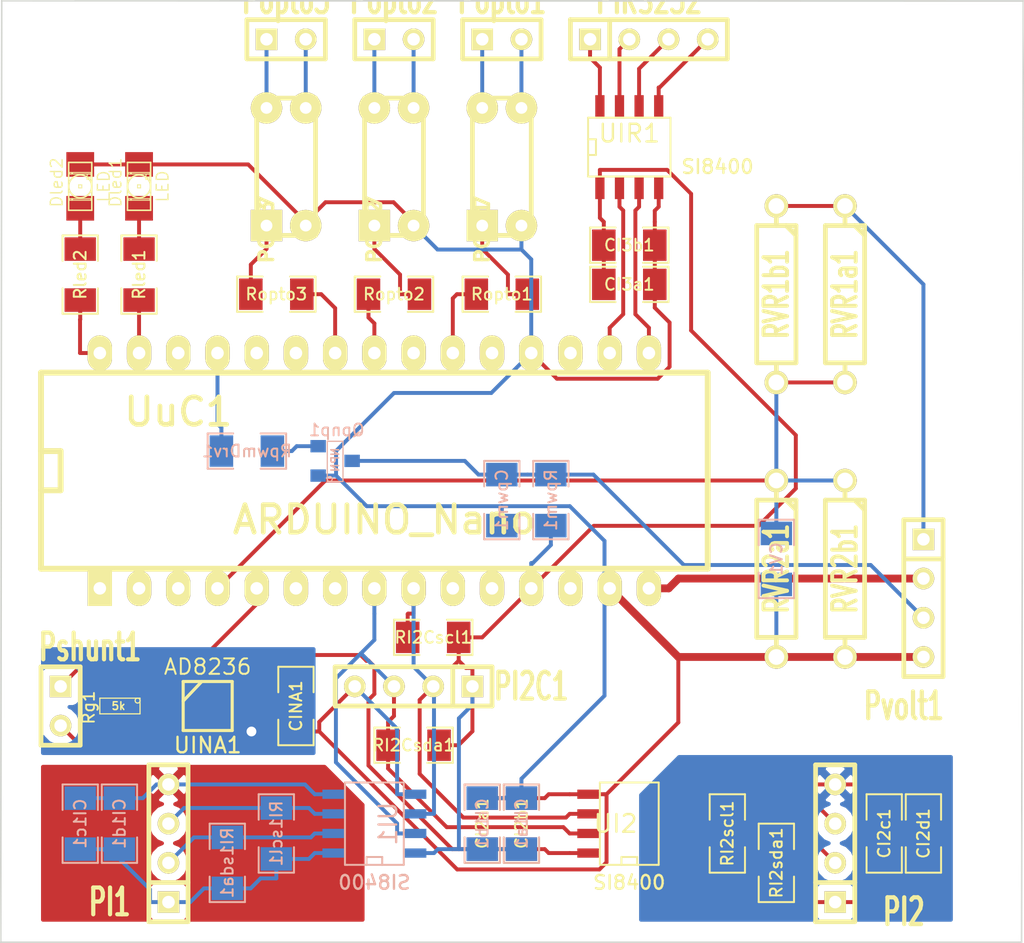
<source format=kicad_pcb>
(kicad_pcb (version 20171130) (host pcbnew "(5.1.12)-1")

  (general
    (thickness 1.6)
    (drawings 4)
    (tracks 335)
    (zones 0)
    (modules 51)
    (nets 46)
  )

  (page A3)
  (layers
    (0 F.Cu signal)
    (31 B.Cu signal)
    (32 B.Adhes user hide)
    (33 F.Adhes user hide)
    (34 B.Paste user hide)
    (35 F.Paste user hide)
    (36 B.SilkS user hide)
    (37 F.SilkS user hide)
    (38 B.Mask user hide)
    (39 F.Mask user hide)
    (40 Dwgs.User user hide)
    (41 Cmts.User user hide)
    (42 Eco1.User user hide)
    (43 Eco2.User user hide)
    (44 Edge.Cuts user)
  )

  (setup
    (last_trace_width 0.254)
    (trace_clearance 0.254)
    (zone_clearance 0.508)
    (zone_45_only no)
    (trace_min 0.254)
    (via_size 0.889)
    (via_drill 0.635)
    (via_min_size 0.889)
    (via_min_drill 0.508)
    (uvia_size 0.508)
    (uvia_drill 0.127)
    (uvias_allowed no)
    (uvia_min_size 0.508)
    (uvia_min_drill 0.127)
    (edge_width 0.1)
    (segment_width 0.2)
    (pcb_text_width 0.3)
    (pcb_text_size 1.5 1.5)
    (mod_edge_width 0.15)
    (mod_text_size 1 1)
    (mod_text_width 0.15)
    (pad_size 1.5 1.5)
    (pad_drill 0.6)
    (pad_to_mask_clearance 0)
    (aux_axis_origin 0 0)
    (visible_elements 7FFFFFFF)
    (pcbplotparams
      (layerselection 0x00030_ffffffff)
      (usegerberextensions true)
      (usegerberattributes true)
      (usegerberadvancedattributes true)
      (creategerberjobfile true)
      (excludeedgelayer true)
      (linewidth 0.150000)
      (plotframeref false)
      (viasonmask false)
      (mode 1)
      (useauxorigin false)
      (hpglpennumber 1)
      (hpglpenspeed 20)
      (hpglpendiameter 15.000000)
      (psnegative false)
      (psa4output false)
      (plotreference true)
      (plotvalue true)
      (plotinvisibletext false)
      (padsonsilk false)
      (subtractmaskfromsilk false)
      (outputformat 1)
      (mirror false)
      (drillshape 0)
      (scaleselection 1)
      (outputdirectory "../pcb/"))
  )

  (net 0 "")
  (net 1 5v)
  (net 2 D3)
  (net 3 D5)
  (net 4 D6)
  (net 5 Gnd)
  (net 6 I2C1_GND)
  (net 7 I2C2_GND)
  (net 8 N-000001)
  (net 9 N-0000010)
  (net 10 N-0000012)
  (net 11 N-0000013)
  (net 12 N-0000014)
  (net 13 N-0000015)
  (net 14 N-0000016)
  (net 15 N-0000017)
  (net 16 N-0000018)
  (net 17 N-0000019)
  (net 18 N-000002)
  (net 19 N-0000020)
  (net 20 N-0000021)
  (net 21 N-0000022)
  (net 22 N-0000023)
  (net 23 N-0000025)
  (net 24 N-0000026)
  (net 25 N-0000027)
  (net 26 N-0000028)
  (net 27 N-0000029)
  (net 28 N-0000033)
  (net 29 N-0000034)
  (net 30 N-0000035)
  (net 31 N-0000036)
  (net 32 N-0000037)
  (net 33 N-0000038)
  (net 34 N-0000039)
  (net 35 N-000004)
  (net 36 N-0000040)
  (net 37 N-000005)
  (net 38 N-0000053)
  (net 39 N-0000057)
  (net 40 N-0000058)
  (net 41 N-000006)
  (net 42 N-000007)
  (net 43 N-000008)
  (net 44 N-000009)
  (net 45 RS232_GND)

  (net_class Default "This is the default net class."
    (clearance 0.254)
    (trace_width 0.254)
    (via_dia 0.889)
    (via_drill 0.635)
    (uvia_dia 0.508)
    (uvia_drill 0.127)
    (add_net 5v)
    (add_net D3)
    (add_net D5)
    (add_net D6)
    (add_net Gnd)
    (add_net I2C1_GND)
    (add_net I2C2_GND)
    (add_net N-000001)
    (add_net N-0000010)
    (add_net N-0000012)
    (add_net N-0000013)
    (add_net N-0000014)
    (add_net N-0000015)
    (add_net N-0000016)
    (add_net N-0000017)
    (add_net N-0000018)
    (add_net N-0000019)
    (add_net N-000002)
    (add_net N-0000020)
    (add_net N-0000021)
    (add_net N-0000022)
    (add_net N-0000023)
    (add_net N-0000025)
    (add_net N-0000026)
    (add_net N-0000027)
    (add_net N-0000028)
    (add_net N-0000029)
    (add_net N-0000033)
    (add_net N-0000034)
    (add_net N-0000035)
    (add_net N-0000036)
    (add_net N-0000037)
    (add_net N-0000039)
    (add_net N-000004)
    (add_net N-0000040)
    (add_net N-000005)
    (add_net N-0000053)
    (add_net N-0000057)
    (add_net N-0000058)
    (add_net N-000006)
    (add_net N-000007)
    (add_net N-000008)
    (add_net N-000009)
    (add_net RS232_GND)
  )

  (net_class Power ""
    (clearance 0.3675)
    (trace_width 0.508)
    (via_dia 0.889)
    (via_drill 0.635)
    (uvia_dia 0.508)
    (uvia_drill 0.127)
    (add_net N-0000038)
  )

  (module SO8E (layer F.Cu) (tedit 53D83F53) (tstamp 53D841FF)
    (at 223.52 160.02 90)
    (descr "module CMS SOJ 8 pins etroit")
    (tags "CMS SOJ")
    (path /53D22237)
    (attr smd)
    (fp_text reference UI2 (at 0 -0.889 180) (layer F.SilkS)
      (effects (font (size 1.143 1.143) (thickness 0.1524)))
    )
    (fp_text value SI8400 (at -3.81 0 180) (layer F.SilkS)
      (effects (font (size 0.889 0.889) (thickness 0.1524)))
    )
    (fp_line (start 2.667 -1.905) (end 2.667 1.905) (layer F.SilkS) (width 0.127))
    (fp_line (start -2.159 0.508) (end -2.667 0.508) (layer F.SilkS) (width 0.127))
    (fp_line (start -2.159 -0.508) (end -2.159 0.508) (layer F.SilkS) (width 0.127))
    (fp_line (start -2.667 -0.508) (end -2.159 -0.508) (layer F.SilkS) (width 0.127))
    (fp_line (start -2.667 -1.905) (end -2.667 1.778) (layer F.SilkS) (width 0.127))
    (fp_line (start 2.667 -1.905) (end -2.667 -1.905) (layer F.SilkS) (width 0.127))
    (fp_line (start -2.667 1.905) (end 2.667 1.905) (layer F.SilkS) (width 0.127))
    (fp_line (start -2.667 1.778) (end -2.667 1.905) (layer F.SilkS) (width 0.127))
    (pad 8 smd rect (at -1.905 -2.667 90) (size 0.59944 1.39954) (layers F.Cu F.Paste F.Mask)
      (net 1 5v))
    (pad 1 smd rect (at -1.905 2.667 90) (size 0.59944 1.39954) (layers F.Cu F.Paste F.Mask)
      (net 34 N-0000039))
    (pad 7 smd rect (at -0.635 -2.667 90) (size 0.59944 1.39954) (layers F.Cu F.Paste F.Mask)
      (net 38 N-0000053))
    (pad 6 smd rect (at 0.635 -2.667 90) (size 0.59944 1.39954) (layers F.Cu F.Paste F.Mask)
      (net 39 N-0000057))
    (pad 5 smd rect (at 1.905 -2.667 90) (size 0.59944 1.39954) (layers F.Cu F.Paste F.Mask)
      (net 5 Gnd))
    (pad 2 smd rect (at -0.635 2.667 90) (size 0.59944 1.39954) (layers F.Cu F.Paste F.Mask)
      (net 41 N-000006))
    (pad 3 smd rect (at 0.635 2.667 90) (size 0.59944 1.39954) (layers F.Cu F.Paste F.Mask)
      (net 10 N-0000012))
    (pad 4 smd rect (at 1.905 2.667 90) (size 0.59944 1.39954) (layers F.Cu F.Paste F.Mask)
      (net 7 I2C2_GND))
    (model smd/cms_so8.wrl
      (at (xyz 0 0 0))
      (scale (xyz 0.5 0.32 0.5))
      (rotate (xyz 0 0 0))
    )
  )

  (module SO8E (layer B.Cu) (tedit 53D83F49) (tstamp 53D841EA)
    (at 207.01 160.02 90)
    (descr "module CMS SOJ 8 pins etroit")
    (tags "CMS SOJ")
    (path /53D22246)
    (attr smd)
    (fp_text reference UI1 (at 0 0.889 90) (layer B.SilkS)
      (effects (font (size 1.143 1.143) (thickness 0.1524)) (justify mirror))
    )
    (fp_text value SI8400 (at -3.81 0 180) (layer B.SilkS)
      (effects (font (size 0.889 0.889) (thickness 0.1524)) (justify mirror))
    )
    (fp_line (start 2.667 1.905) (end 2.667 -1.905) (layer B.SilkS) (width 0.127))
    (fp_line (start -2.159 -0.508) (end -2.667 -0.508) (layer B.SilkS) (width 0.127))
    (fp_line (start -2.159 0.508) (end -2.159 -0.508) (layer B.SilkS) (width 0.127))
    (fp_line (start -2.667 0.508) (end -2.159 0.508) (layer B.SilkS) (width 0.127))
    (fp_line (start -2.667 1.905) (end -2.667 -1.778) (layer B.SilkS) (width 0.127))
    (fp_line (start 2.667 1.905) (end -2.667 1.905) (layer B.SilkS) (width 0.127))
    (fp_line (start -2.667 -1.905) (end 2.667 -1.905) (layer B.SilkS) (width 0.127))
    (fp_line (start -2.667 -1.778) (end -2.667 -1.905) (layer B.SilkS) (width 0.127))
    (pad 8 smd rect (at -1.905 2.667 90) (size 0.59944 1.39954) (layers B.Cu B.Paste B.Mask)
      (net 1 5v))
    (pad 1 smd rect (at -1.905 -2.667 90) (size 0.59944 1.39954) (layers B.Cu B.Paste B.Mask)
      (net 36 N-0000040))
    (pad 7 smd rect (at -0.635 2.667 90) (size 0.59944 1.39954) (layers B.Cu B.Paste B.Mask)
      (net 38 N-0000053))
    (pad 6 smd rect (at 0.635 2.667 90) (size 0.59944 1.39954) (layers B.Cu B.Paste B.Mask)
      (net 39 N-0000057))
    (pad 5 smd rect (at 1.905 2.667 90) (size 0.59944 1.39954) (layers B.Cu B.Paste B.Mask)
      (net 5 Gnd))
    (pad 2 smd rect (at -0.635 -2.667 90) (size 0.59944 1.39954) (layers B.Cu B.Paste B.Mask)
      (net 37 N-000005))
    (pad 3 smd rect (at 0.635 -2.667 90) (size 0.59944 1.39954) (layers B.Cu B.Paste B.Mask)
      (net 35 N-000004))
    (pad 4 smd rect (at 1.905 -2.667 90) (size 0.59944 1.39954) (layers B.Cu B.Paste B.Mask)
      (net 6 I2C1_GND))
    (model smd/cms_so8.wrl
      (at (xyz 0 0 0))
      (scale (xyz 0.5 0.32 0.5))
      (rotate (xyz 0 0 0))
    )
  )

  (module SO8E (layer F.Cu) (tedit 53D83FB2) (tstamp 53D84254)
    (at 223.52 116.205)
    (descr "module CMS SOJ 8 pins etroit")
    (tags "CMS SOJ")
    (path /53D22255)
    (attr smd)
    (fp_text reference UIR1 (at 0 -0.889) (layer F.SilkS)
      (effects (font (size 1.143 1.143) (thickness 0.1524)))
    )
    (fp_text value SI8400 (at 5.715 1.27) (layer F.SilkS)
      (effects (font (size 0.889 0.889) (thickness 0.1524)))
    )
    (fp_line (start 2.667 -1.905) (end 2.667 1.905) (layer F.SilkS) (width 0.127))
    (fp_line (start -2.159 0.508) (end -2.667 0.508) (layer F.SilkS) (width 0.127))
    (fp_line (start -2.159 -0.508) (end -2.159 0.508) (layer F.SilkS) (width 0.127))
    (fp_line (start -2.667 -0.508) (end -2.159 -0.508) (layer F.SilkS) (width 0.127))
    (fp_line (start -2.667 -1.905) (end -2.667 1.778) (layer F.SilkS) (width 0.127))
    (fp_line (start 2.667 -1.905) (end -2.667 -1.905) (layer F.SilkS) (width 0.127))
    (fp_line (start -2.667 1.905) (end 2.667 1.905) (layer F.SilkS) (width 0.127))
    (fp_line (start -2.667 1.778) (end -2.667 1.905) (layer F.SilkS) (width 0.127))
    (pad 8 smd rect (at -1.905 -2.667) (size 0.59944 1.39954) (layers F.Cu F.Paste F.Mask)
      (net 9 N-0000010))
    (pad 1 smd rect (at -1.905 2.667) (size 0.59944 1.39954) (layers F.Cu F.Paste F.Mask)
      (net 1 5v))
    (pad 7 smd rect (at -0.635 -2.667) (size 0.59944 1.39954) (layers F.Cu F.Paste F.Mask)
      (net 44 N-000009))
    (pad 6 smd rect (at 0.635 -2.667) (size 0.59944 1.39954) (layers F.Cu F.Paste F.Mask)
      (net 43 N-000008))
    (pad 5 smd rect (at 1.905 -2.667) (size 0.59944 1.39954) (layers F.Cu F.Paste F.Mask)
      (net 45 RS232_GND))
    (pad 2 smd rect (at -0.635 2.667) (size 0.59944 1.39954) (layers F.Cu F.Paste F.Mask)
      (net 8 N-000001))
    (pad 3 smd rect (at 0.635 2.667) (size 0.59944 1.39954) (layers F.Cu F.Paste F.Mask)
      (net 18 N-000002))
    (pad 4 smd rect (at 1.905 2.667) (size 0.59944 1.39954) (layers F.Cu F.Paste F.Mask)
      (net 5 Gnd))
    (model smd/cms_so8.wrl
      (at (xyz 0 0 0))
      (scale (xyz 0.5 0.32 0.5))
      (rotate (xyz 0 0 0))
    )
  )

  (module SM1206 (layer F.Cu) (tedit 42806E24) (tstamp 53D70568)
    (at 242.57 160.655 90)
    (path /53D22BAA)
    (attr smd)
    (fp_text reference CI2d1 (at 0 0 90) (layer F.SilkS)
      (effects (font (size 0.762 0.762) (thickness 0.127)))
    )
    (fp_text value 1uF (at 0 0 90) (layer F.SilkS) hide
      (effects (font (size 0.762 0.762) (thickness 0.127)))
    )
    (fp_line (start -0.889 -1.143) (end -2.54 -1.143) (layer F.SilkS) (width 0.127))
    (fp_line (start 2.54 1.143) (end 0.889 1.143) (layer F.SilkS) (width 0.127))
    (fp_line (start 2.54 -1.143) (end 2.54 1.143) (layer F.SilkS) (width 0.127))
    (fp_line (start 0.889 -1.143) (end 2.54 -1.143) (layer F.SilkS) (width 0.127))
    (fp_line (start -2.54 1.143) (end -0.889 1.143) (layer F.SilkS) (width 0.127))
    (fp_line (start -2.54 -1.143) (end -2.54 1.143) (layer F.SilkS) (width 0.127))
    (pad 1 smd rect (at -1.651 0 90) (size 1.524 2.032) (layers F.Cu F.Paste F.Mask)
      (net 34 N-0000039))
    (pad 2 smd rect (at 1.651 0 90) (size 1.524 2.032) (layers F.Cu F.Paste F.Mask)
      (net 7 I2C2_GND))
    (model smd/chip_cms.wrl
      (at (xyz 0 0 0))
      (scale (xyz 0.17 0.16 0.16))
      (rotate (xyz 0 0 0))
    )
  )

  (module SM1206 (layer F.Cu) (tedit 53D794B2) (tstamp 53D795EF)
    (at 201.93 152.4 270)
    (path /53D2659C)
    (attr smd)
    (fp_text reference CINA1 (at 0 0 270) (layer F.SilkS)
      (effects (font (size 0.762 0.762) (thickness 0.127)))
    )
    (fp_text value 100nF (at 0 0 270) (layer F.SilkS) hide
      (effects (font (size 0.762 0.762) (thickness 0.127)))
    )
    (fp_line (start -0.889 -1.143) (end -2.54 -1.143) (layer F.SilkS) (width 0.127))
    (fp_line (start 2.54 1.143) (end 0.889 1.143) (layer F.SilkS) (width 0.127))
    (fp_line (start 2.54 -1.143) (end 2.54 1.143) (layer F.SilkS) (width 0.127))
    (fp_line (start 0.889 -1.143) (end 2.54 -1.143) (layer F.SilkS) (width 0.127))
    (fp_line (start -2.54 1.143) (end -0.889 1.143) (layer F.SilkS) (width 0.127))
    (fp_line (start -2.54 -1.143) (end -2.54 1.143) (layer F.SilkS) (width 0.127))
    (pad 1 smd rect (at -1.651 0 270) (size 1.524 2.032) (layers F.Cu F.Paste F.Mask)
      (net 1 5v))
    (pad 2 smd rect (at 1.651 0 270) (size 1.524 2.032) (layers F.Cu F.Paste F.Mask)
      (net 5 Gnd))
    (model smd/chip_cms.wrl
      (at (xyz 0 0 0))
      (scale (xyz 0.17 0.16 0.16))
      (rotate (xyz 0 0 0))
    )
  )

  (module SM1206 (layer F.Cu) (tedit 42806E24) (tstamp 53D70580)
    (at 223.52 122.555 180)
    (path /53D23662)
    (attr smd)
    (fp_text reference CI3b1 (at 0 0 180) (layer F.SilkS)
      (effects (font (size 0.762 0.762) (thickness 0.127)))
    )
    (fp_text value 1uF (at 0 0 180) (layer F.SilkS) hide
      (effects (font (size 0.762 0.762) (thickness 0.127)))
    )
    (fp_line (start -0.889 -1.143) (end -2.54 -1.143) (layer F.SilkS) (width 0.127))
    (fp_line (start 2.54 1.143) (end 0.889 1.143) (layer F.SilkS) (width 0.127))
    (fp_line (start 2.54 -1.143) (end 2.54 1.143) (layer F.SilkS) (width 0.127))
    (fp_line (start 0.889 -1.143) (end 2.54 -1.143) (layer F.SilkS) (width 0.127))
    (fp_line (start -2.54 1.143) (end -0.889 1.143) (layer F.SilkS) (width 0.127))
    (fp_line (start -2.54 -1.143) (end -2.54 1.143) (layer F.SilkS) (width 0.127))
    (pad 1 smd rect (at -1.651 0 180) (size 1.524 2.032) (layers F.Cu F.Paste F.Mask)
      (net 5 Gnd))
    (pad 2 smd rect (at 1.651 0 180) (size 1.524 2.032) (layers F.Cu F.Paste F.Mask)
      (net 1 5v))
    (model smd/chip_cms.wrl
      (at (xyz 0 0 0))
      (scale (xyz 0.17 0.16 0.16))
      (rotate (xyz 0 0 0))
    )
  )

  (module SM1206 (layer F.Cu) (tedit 42806E24) (tstamp 53D7058C)
    (at 223.52 125.095 180)
    (path /53D2365C)
    (attr smd)
    (fp_text reference CI3a1 (at 0 0 180) (layer F.SilkS)
      (effects (font (size 0.762 0.762) (thickness 0.127)))
    )
    (fp_text value 100nF (at 0 0 180) (layer F.SilkS) hide
      (effects (font (size 0.762 0.762) (thickness 0.127)))
    )
    (fp_line (start -0.889 -1.143) (end -2.54 -1.143) (layer F.SilkS) (width 0.127))
    (fp_line (start 2.54 1.143) (end 0.889 1.143) (layer F.SilkS) (width 0.127))
    (fp_line (start 2.54 -1.143) (end 2.54 1.143) (layer F.SilkS) (width 0.127))
    (fp_line (start 0.889 -1.143) (end 2.54 -1.143) (layer F.SilkS) (width 0.127))
    (fp_line (start -2.54 1.143) (end -0.889 1.143) (layer F.SilkS) (width 0.127))
    (fp_line (start -2.54 -1.143) (end -2.54 1.143) (layer F.SilkS) (width 0.127))
    (pad 1 smd rect (at -1.651 0 180) (size 1.524 2.032) (layers F.Cu F.Paste F.Mask)
      (net 5 Gnd))
    (pad 2 smd rect (at 1.651 0 180) (size 1.524 2.032) (layers F.Cu F.Paste F.Mask)
      (net 1 5v))
    (model smd/chip_cms.wrl
      (at (xyz 0 0 0))
      (scale (xyz 0.17 0.16 0.16))
      (rotate (xyz 0 0 0))
    )
  )

  (module SM1206 (layer B.Cu) (tedit 42806E24) (tstamp 53D70598)
    (at 190.5 160.02 90)
    (path /53D22BD3)
    (attr smd)
    (fp_text reference CI1d1 (at 0 0 90) (layer B.SilkS)
      (effects (font (size 0.762 0.762) (thickness 0.127)) (justify mirror))
    )
    (fp_text value 1uF (at 0 0 90) (layer B.SilkS) hide
      (effects (font (size 0.762 0.762) (thickness 0.127)) (justify mirror))
    )
    (fp_line (start -0.889 1.143) (end -2.54 1.143) (layer B.SilkS) (width 0.127))
    (fp_line (start 2.54 -1.143) (end 0.889 -1.143) (layer B.SilkS) (width 0.127))
    (fp_line (start 2.54 1.143) (end 2.54 -1.143) (layer B.SilkS) (width 0.127))
    (fp_line (start 0.889 1.143) (end 2.54 1.143) (layer B.SilkS) (width 0.127))
    (fp_line (start -2.54 -1.143) (end -0.889 -1.143) (layer B.SilkS) (width 0.127))
    (fp_line (start -2.54 1.143) (end -2.54 -1.143) (layer B.SilkS) (width 0.127))
    (pad 1 smd rect (at -1.651 0 90) (size 1.524 2.032) (layers B.Cu B.Paste B.Mask)
      (net 36 N-0000040))
    (pad 2 smd rect (at 1.651 0 90) (size 1.524 2.032) (layers B.Cu B.Paste B.Mask)
      (net 6 I2C1_GND))
    (model smd/chip_cms.wrl
      (at (xyz 0 0 0))
      (scale (xyz 0.17 0.16 0.16))
      (rotate (xyz 0 0 0))
    )
  )

  (module SM1206 (layer B.Cu) (tedit 42806E24) (tstamp 53D705A4)
    (at 187.96 160.02 90)
    (path /53D22BCD)
    (attr smd)
    (fp_text reference CI1c1 (at 0 0 90) (layer B.SilkS)
      (effects (font (size 0.762 0.762) (thickness 0.127)) (justify mirror))
    )
    (fp_text value 100nF (at 0 0 90) (layer B.SilkS) hide
      (effects (font (size 0.762 0.762) (thickness 0.127)) (justify mirror))
    )
    (fp_line (start -0.889 1.143) (end -2.54 1.143) (layer B.SilkS) (width 0.127))
    (fp_line (start 2.54 -1.143) (end 0.889 -1.143) (layer B.SilkS) (width 0.127))
    (fp_line (start 2.54 1.143) (end 2.54 -1.143) (layer B.SilkS) (width 0.127))
    (fp_line (start 0.889 1.143) (end 2.54 1.143) (layer B.SilkS) (width 0.127))
    (fp_line (start -2.54 -1.143) (end -0.889 -1.143) (layer B.SilkS) (width 0.127))
    (fp_line (start -2.54 1.143) (end -2.54 -1.143) (layer B.SilkS) (width 0.127))
    (pad 1 smd rect (at -1.651 0 90) (size 1.524 2.032) (layers B.Cu B.Paste B.Mask)
      (net 36 N-0000040))
    (pad 2 smd rect (at 1.651 0 90) (size 1.524 2.032) (layers B.Cu B.Paste B.Mask)
      (net 6 I2C1_GND))
    (model smd/chip_cms.wrl
      (at (xyz 0 0 0))
      (scale (xyz 0.17 0.16 0.16))
      (rotate (xyz 0 0 0))
    )
  )

  (module SM1206 (layer F.Cu) (tedit 42806E24) (tstamp 53D705B0)
    (at 240.03 160.655 90)
    (path /53D22BA4)
    (attr smd)
    (fp_text reference CI2c1 (at 0 0 90) (layer F.SilkS)
      (effects (font (size 0.762 0.762) (thickness 0.127)))
    )
    (fp_text value 100nF (at 0 0 90) (layer F.SilkS) hide
      (effects (font (size 0.762 0.762) (thickness 0.127)))
    )
    (fp_line (start -0.889 -1.143) (end -2.54 -1.143) (layer F.SilkS) (width 0.127))
    (fp_line (start 2.54 1.143) (end 0.889 1.143) (layer F.SilkS) (width 0.127))
    (fp_line (start 2.54 -1.143) (end 2.54 1.143) (layer F.SilkS) (width 0.127))
    (fp_line (start 0.889 -1.143) (end 2.54 -1.143) (layer F.SilkS) (width 0.127))
    (fp_line (start -2.54 1.143) (end -0.889 1.143) (layer F.SilkS) (width 0.127))
    (fp_line (start -2.54 -1.143) (end -2.54 1.143) (layer F.SilkS) (width 0.127))
    (pad 1 smd rect (at -1.651 0 90) (size 1.524 2.032) (layers F.Cu F.Paste F.Mask)
      (net 34 N-0000039))
    (pad 2 smd rect (at 1.651 0 90) (size 1.524 2.032) (layers F.Cu F.Paste F.Mask)
      (net 7 I2C2_GND))
    (model smd/chip_cms.wrl
      (at (xyz 0 0 0))
      (scale (xyz 0.17 0.16 0.16))
      (rotate (xyz 0 0 0))
    )
  )

  (module SM1206 (layer F.Cu) (tedit 42806E24) (tstamp 53D705BC)
    (at 216.535 160.02 90)
    (path /53D22823)
    (attr smd)
    (fp_text reference CI2b1 (at 0 0 90) (layer F.SilkS)
      (effects (font (size 0.762 0.762) (thickness 0.127)))
    )
    (fp_text value 1uF (at 0 0 90) (layer F.SilkS) hide
      (effects (font (size 0.762 0.762) (thickness 0.127)))
    )
    (fp_line (start -0.889 -1.143) (end -2.54 -1.143) (layer F.SilkS) (width 0.127))
    (fp_line (start 2.54 1.143) (end 0.889 1.143) (layer F.SilkS) (width 0.127))
    (fp_line (start 2.54 -1.143) (end 2.54 1.143) (layer F.SilkS) (width 0.127))
    (fp_line (start 0.889 -1.143) (end 2.54 -1.143) (layer F.SilkS) (width 0.127))
    (fp_line (start -2.54 1.143) (end -0.889 1.143) (layer F.SilkS) (width 0.127))
    (fp_line (start -2.54 -1.143) (end -2.54 1.143) (layer F.SilkS) (width 0.127))
    (pad 1 smd rect (at -1.651 0 90) (size 1.524 2.032) (layers F.Cu F.Paste F.Mask)
      (net 1 5v))
    (pad 2 smd rect (at 1.651 0 90) (size 1.524 2.032) (layers F.Cu F.Paste F.Mask)
      (net 5 Gnd))
    (model smd/chip_cms.wrl
      (at (xyz 0 0 0))
      (scale (xyz 0.17 0.16 0.16))
      (rotate (xyz 0 0 0))
    )
  )

  (module SM1206 (layer F.Cu) (tedit 42806E24) (tstamp 53D705C8)
    (at 213.995 160.02 90)
    (path /53D22814)
    (attr smd)
    (fp_text reference CI2a1 (at 0 0 90) (layer F.SilkS)
      (effects (font (size 0.762 0.762) (thickness 0.127)))
    )
    (fp_text value 100nF (at 0 0 90) (layer F.SilkS) hide
      (effects (font (size 0.762 0.762) (thickness 0.127)))
    )
    (fp_line (start -0.889 -1.143) (end -2.54 -1.143) (layer F.SilkS) (width 0.127))
    (fp_line (start 2.54 1.143) (end 0.889 1.143) (layer F.SilkS) (width 0.127))
    (fp_line (start 2.54 -1.143) (end 2.54 1.143) (layer F.SilkS) (width 0.127))
    (fp_line (start 0.889 -1.143) (end 2.54 -1.143) (layer F.SilkS) (width 0.127))
    (fp_line (start -2.54 1.143) (end -0.889 1.143) (layer F.SilkS) (width 0.127))
    (fp_line (start -2.54 -1.143) (end -2.54 1.143) (layer F.SilkS) (width 0.127))
    (pad 1 smd rect (at -1.651 0 90) (size 1.524 2.032) (layers F.Cu F.Paste F.Mask)
      (net 1 5v))
    (pad 2 smd rect (at 1.651 0 90) (size 1.524 2.032) (layers F.Cu F.Paste F.Mask)
      (net 5 Gnd))
    (model smd/chip_cms.wrl
      (at (xyz 0 0 0))
      (scale (xyz 0.17 0.16 0.16))
      (rotate (xyz 0 0 0))
    )
  )

  (module SM1206 (layer B.Cu) (tedit 42806E24) (tstamp 53D705D4)
    (at 213.995 160.02 90)
    (path /53D22805)
    (attr smd)
    (fp_text reference CI1b1 (at 0 0 90) (layer B.SilkS)
      (effects (font (size 0.762 0.762) (thickness 0.127)) (justify mirror))
    )
    (fp_text value 1uF (at 0 0 90) (layer B.SilkS) hide
      (effects (font (size 0.762 0.762) (thickness 0.127)) (justify mirror))
    )
    (fp_line (start -0.889 1.143) (end -2.54 1.143) (layer B.SilkS) (width 0.127))
    (fp_line (start 2.54 -1.143) (end 0.889 -1.143) (layer B.SilkS) (width 0.127))
    (fp_line (start 2.54 1.143) (end 2.54 -1.143) (layer B.SilkS) (width 0.127))
    (fp_line (start 0.889 1.143) (end 2.54 1.143) (layer B.SilkS) (width 0.127))
    (fp_line (start -2.54 -1.143) (end -0.889 -1.143) (layer B.SilkS) (width 0.127))
    (fp_line (start -2.54 1.143) (end -2.54 -1.143) (layer B.SilkS) (width 0.127))
    (pad 1 smd rect (at -1.651 0 90) (size 1.524 2.032) (layers B.Cu B.Paste B.Mask)
      (net 1 5v))
    (pad 2 smd rect (at 1.651 0 90) (size 1.524 2.032) (layers B.Cu B.Paste B.Mask)
      (net 5 Gnd))
    (model smd/chip_cms.wrl
      (at (xyz 0 0 0))
      (scale (xyz 0.17 0.16 0.16))
      (rotate (xyz 0 0 0))
    )
  )

  (module SM1206 (layer B.Cu) (tedit 42806E24) (tstamp 53D705E0)
    (at 216.535 160.02 90)
    (path /53D227F6)
    (attr smd)
    (fp_text reference CI1a1 (at 0 0 90) (layer B.SilkS)
      (effects (font (size 0.762 0.762) (thickness 0.127)) (justify mirror))
    )
    (fp_text value 100nF (at 0 0 90) (layer B.SilkS) hide
      (effects (font (size 0.762 0.762) (thickness 0.127)) (justify mirror))
    )
    (fp_line (start -0.889 1.143) (end -2.54 1.143) (layer B.SilkS) (width 0.127))
    (fp_line (start 2.54 -1.143) (end 0.889 -1.143) (layer B.SilkS) (width 0.127))
    (fp_line (start 2.54 1.143) (end 2.54 -1.143) (layer B.SilkS) (width 0.127))
    (fp_line (start 0.889 1.143) (end 2.54 1.143) (layer B.SilkS) (width 0.127))
    (fp_line (start -2.54 -1.143) (end -0.889 -1.143) (layer B.SilkS) (width 0.127))
    (fp_line (start -2.54 1.143) (end -2.54 -1.143) (layer B.SilkS) (width 0.127))
    (pad 1 smd rect (at -1.651 0 90) (size 1.524 2.032) (layers B.Cu B.Paste B.Mask)
      (net 1 5v))
    (pad 2 smd rect (at 1.651 0 90) (size 1.524 2.032) (layers B.Cu B.Paste B.Mask)
      (net 5 Gnd))
    (model smd/chip_cms.wrl
      (at (xyz 0 0 0))
      (scale (xyz 0.17 0.16 0.16))
      (rotate (xyz 0 0 0))
    )
  )

  (module arduino_mini (layer F.Cu) (tedit 507C2E55) (tstamp 53D70609)
    (at 208.28 137.16)
    (descr "30 pins DIL package, elliptical pads, width 600mil (arduino mini)")
    (tags "DIL arduino mini")
    (path /53D206F8)
    (fp_text reference UuC1 (at -13.97 -3.81) (layer F.SilkS)
      (effects (font (size 1.778 1.778) (thickness 0.3048)))
    )
    (fp_text value ARDUINO_Nano (at -0.635 3.175) (layer F.SilkS)
      (effects (font (size 1.778 1.778) (thickness 0.3048)))
    )
    (fp_line (start -21.59 -1.27) (end -22.86 -1.27) (layer F.SilkS) (width 0.381))
    (fp_line (start -21.59 1.27) (end -21.59 -1.27) (layer F.SilkS) (width 0.381))
    (fp_line (start -22.86 1.27) (end -21.59 1.27) (layer F.SilkS) (width 0.381))
    (fp_line (start -22.86 6.35) (end -22.86 -6.35) (layer F.SilkS) (width 0.381))
    (fp_line (start 20.32 6.35) (end -22.86 6.35) (layer F.SilkS) (width 0.381))
    (fp_line (start 20.32 -6.35) (end 20.32 6.35) (layer F.SilkS) (width 0.381))
    (fp_line (start -22.86 -6.35) (end 20.32 -6.35) (layer F.SilkS) (width 0.381))
    (pad 1 thru_hole rect (at -19.05 7.62) (size 1.5748 2.286) (drill 0.8128) (layers *.Cu *.Mask F.SilkS))
    (pad 2 thru_hole oval (at -16.51 7.62) (size 1.5748 2.286) (drill 0.8128) (layers *.Cu *.Mask F.SilkS))
    (pad 3 thru_hole oval (at -13.97 7.62) (size 1.5748 2.286) (drill 0.8128) (layers *.Cu *.Mask F.SilkS))
    (pad 4 thru_hole oval (at -11.43 7.62) (size 1.5748 2.286) (drill 0.8128) (layers *.Cu *.Mask F.SilkS)
      (net 42 N-000007))
    (pad 5 thru_hole oval (at -8.89 7.62) (size 1.5748 2.286) (drill 0.8128) (layers *.Cu *.Mask F.SilkS)
      (net 29 N-0000034))
    (pad 6 thru_hole oval (at -6.35 7.62) (size 1.5748 2.286) (drill 0.8128) (layers *.Cu *.Mask F.SilkS))
    (pad 7 thru_hole oval (at -3.81 7.62) (size 1.5748 2.286) (drill 0.8128) (layers *.Cu *.Mask F.SilkS))
    (pad 8 thru_hole oval (at -1.27 7.62) (size 1.5748 2.286) (drill 0.8128) (layers *.Cu *.Mask F.SilkS)
      (net 38 N-0000053))
    (pad 9 thru_hole oval (at 1.27 7.62) (size 1.5748 2.286) (drill 0.8128) (layers *.Cu *.Mask F.SilkS)
      (net 39 N-0000057))
    (pad 10 thru_hole oval (at 3.81 7.62) (size 1.5748 2.286) (drill 0.8128) (layers *.Cu *.Mask F.SilkS))
    (pad 11 thru_hole oval (at 6.35 7.62) (size 1.5748 2.286) (drill 0.8128) (layers *.Cu *.Mask F.SilkS))
    (pad 12 thru_hole oval (at 8.89 7.62) (size 1.5748 2.286) (drill 0.8128) (layers *.Cu *.Mask F.SilkS)
      (net 1 5v))
    (pad 13 thru_hole oval (at 11.43 7.62) (size 1.5748 2.286) (drill 0.8128) (layers *.Cu *.Mask F.SilkS))
    (pad 14 thru_hole oval (at 13.97 7.62) (size 1.5748 2.286) (drill 0.8128) (layers *.Cu *.Mask F.SilkS)
      (net 5 Gnd))
    (pad 15 thru_hole oval (at 16.51 7.62) (size 1.5748 2.286) (drill 0.8128) (layers *.Cu *.Mask F.SilkS)
      (net 33 N-0000038))
    (pad 16 thru_hole oval (at 16.51 -7.62) (size 1.5748 2.286) (drill 0.8128) (layers *.Cu *.Mask F.SilkS)
      (net 18 N-000002))
    (pad 17 thru_hole oval (at 13.97 -7.62) (size 1.5748 2.286) (drill 0.8128) (layers *.Cu *.Mask F.SilkS)
      (net 8 N-000001))
    (pad 18 thru_hole oval (at 11.43 -7.62) (size 1.5748 2.286) (drill 0.8128) (layers *.Cu *.Mask F.SilkS))
    (pad 19 thru_hole oval (at 8.89 -7.62) (size 1.5748 2.286) (drill 0.8128) (layers *.Cu *.Mask F.SilkS)
      (net 5 Gnd))
    (pad 20 thru_hole oval (at 6.35 -7.62) (size 1.5748 2.286) (drill 0.8128) (layers *.Cu *.Mask F.SilkS))
    (pad 21 thru_hole oval (at 3.81 -7.62) (size 1.5748 2.286) (drill 0.8128) (layers *.Cu *.Mask F.SilkS)
      (net 2 D3))
    (pad 22 thru_hole oval (at 1.27 -7.62) (size 1.5748 2.286) (drill 0.8128) (layers *.Cu *.Mask F.SilkS))
    (pad 23 thru_hole oval (at -1.27 -7.62) (size 1.5748 2.286) (drill 0.8128) (layers *.Cu *.Mask F.SilkS)
      (net 3 D5))
    (pad 24 thru_hole oval (at -3.81 -7.62) (size 1.5748 2.286) (drill 0.8128) (layers *.Cu *.Mask F.SilkS)
      (net 4 D6))
    (pad 25 thru_hole oval (at -6.35 -7.62) (size 1.5748 2.286) (drill 0.8128) (layers *.Cu *.Mask F.SilkS))
    (pad 26 thru_hole oval (at -8.89 -7.62) (size 1.5748 2.286) (drill 0.8128) (layers *.Cu *.Mask F.SilkS))
    (pad 27 thru_hole oval (at -11.43 -7.62) (size 1.5748 2.286) (drill 0.8128) (layers *.Cu *.Mask F.SilkS)
      (net 25 N-0000027))
    (pad 28 thru_hole oval (at -13.97 -7.62) (size 1.5748 2.286) (drill 0.8128) (layers *.Cu *.Mask F.SilkS))
    (pad 29 thru_hole oval (at -16.51 -7.62) (size 1.5748 2.286) (drill 0.8128) (layers *.Cu *.Mask F.SilkS)
      (net 27 N-0000029))
    (pad 30 thru_hole oval (at -19.05 -7.62) (size 1.5748 2.286) (drill 0.8128) (layers *.Cu *.Mask F.SilkS)
      (net 26 N-0000028))
    (model arduino_nano.wrl
      (offset (xyz -24.84119962692261 -9.778999853134156 0))
      (scale (xyz 0.3937 0.3937 0.3937))
      (rotate (xyz 0 0 0))
    )
  )

  (module DIP-4 (layer F.Cu) (tedit 200000) (tstamp 53D70615)
    (at 213.995 121.285)
    (path /53D43DA2)
    (fp_text reference OC1 (at 0 -0.254 270) (layer F.SilkS)
      (effects (font (size 0.889 0.889) (thickness 0.3048)))
    )
    (fp_text value PC817 (at 0 0.254 270) (layer F.SilkS)
      (effects (font (size 0.889 0.889) (thickness 0.3048)))
    )
    (fp_line (start -0.635 -8.255) (end -0.635 0.635) (layer F.SilkS) (width 0.3048))
    (fp_line (start 3.175 -8.255) (end -0.635 -8.255) (layer F.SilkS) (width 0.3048))
    (fp_line (start 3.175 0.635) (end 3.175 -8.255) (layer F.SilkS) (width 0.3048))
    (fp_line (start -0.635 0.635) (end 3.175 0.635) (layer F.SilkS) (width 0.3048))
    (pad 1 thru_hole rect (at 0 0) (size 2.032 2.032) (drill 0.762) (layers *.Cu *.Mask F.SilkS)
      (net 20 N-0000021))
    (pad 2 thru_hole circle (at 2.54 0) (size 2.032 2.032) (drill 0.762) (layers *.Cu *.Mask F.SilkS)
      (net 5 Gnd))
    (pad 3 thru_hole oval (at 2.54 -7.62 180) (size 2.032 2.032) (drill 0.762) (layers *.Cu *.Mask F.SilkS)
      (net 17 N-0000019))
    (pad 4 thru_hole oval (at 0 -7.62 180) (size 2.032 2.032) (drill 0.762) (layers *.Cu *.Mask F.SilkS)
      (net 11 N-0000013))
  )

  (module DIP-4 (layer F.Cu) (tedit 200000) (tstamp 53D70621)
    (at 207.01 121.285)
    (path /53D6290F)
    (fp_text reference OC2 (at 0 -0.254 270) (layer F.SilkS)
      (effects (font (size 0.889 0.889) (thickness 0.3048)))
    )
    (fp_text value PC817 (at 0 0.254 270) (layer F.SilkS)
      (effects (font (size 0.889 0.889) (thickness 0.3048)))
    )
    (fp_line (start -0.635 -8.255) (end -0.635 0.635) (layer F.SilkS) (width 0.3048))
    (fp_line (start 3.175 -8.255) (end -0.635 -8.255) (layer F.SilkS) (width 0.3048))
    (fp_line (start 3.175 0.635) (end 3.175 -8.255) (layer F.SilkS) (width 0.3048))
    (fp_line (start -0.635 0.635) (end 3.175 0.635) (layer F.SilkS) (width 0.3048))
    (pad 1 thru_hole rect (at 0 0) (size 2.032 2.032) (drill 0.762) (layers *.Cu *.Mask F.SilkS)
      (net 16 N-0000018))
    (pad 2 thru_hole circle (at 2.54 0) (size 2.032 2.032) (drill 0.762) (layers *.Cu *.Mask F.SilkS)
      (net 5 Gnd))
    (pad 3 thru_hole oval (at 2.54 -7.62 180) (size 2.032 2.032) (drill 0.762) (layers *.Cu *.Mask F.SilkS)
      (net 14 N-0000016))
    (pad 4 thru_hole oval (at 0 -7.62 180) (size 2.032 2.032) (drill 0.762) (layers *.Cu *.Mask F.SilkS)
      (net 15 N-0000017))
  )

  (module DIP-4 (layer F.Cu) (tedit 200000) (tstamp 53D7062D)
    (at 200.025 121.285)
    (path /53D62928)
    (fp_text reference OC3 (at 0 -0.254 270) (layer F.SilkS)
      (effects (font (size 0.889 0.889) (thickness 0.3048)))
    )
    (fp_text value PC817 (at 0 0.254 270) (layer F.SilkS)
      (effects (font (size 0.889 0.889) (thickness 0.3048)))
    )
    (fp_line (start -0.635 -8.255) (end -0.635 0.635) (layer F.SilkS) (width 0.3048))
    (fp_line (start 3.175 -8.255) (end -0.635 -8.255) (layer F.SilkS) (width 0.3048))
    (fp_line (start 3.175 0.635) (end 3.175 -8.255) (layer F.SilkS) (width 0.3048))
    (fp_line (start -0.635 0.635) (end 3.175 0.635) (layer F.SilkS) (width 0.3048))
    (pad 1 thru_hole rect (at 0 0) (size 2.032 2.032) (drill 0.762) (layers *.Cu *.Mask F.SilkS)
      (net 13 N-0000015))
    (pad 2 thru_hole circle (at 2.54 0) (size 2.032 2.032) (drill 0.762) (layers *.Cu *.Mask F.SilkS)
      (net 5 Gnd))
    (pad 3 thru_hole oval (at 2.54 -7.62 180) (size 2.032 2.032) (drill 0.762) (layers *.Cu *.Mask F.SilkS)
      (net 19 N-0000020))
    (pad 4 thru_hole oval (at 0 -7.62 180) (size 2.032 2.032) (drill 0.762) (layers *.Cu *.Mask F.SilkS)
      (net 12 N-0000014))
  )

  (module SOT23 (layer B.Cu) (tedit 5051A6D7) (tstamp 53D73E16)
    (at 204.47 136.525 90)
    (tags SOT23)
    (path /53D61C40)
    (fp_text reference Qpnp1 (at 1.99898 0.09906) (layer B.SilkS)
      (effects (font (size 0.762 0.762) (thickness 0.11938)) (justify mirror))
    )
    (fp_text value NPN (at 0.0635 0 90) (layer B.SilkS)
      (effects (font (size 0.50038 0.50038) (thickness 0.09906)) (justify mirror))
    )
    (fp_line (start -1.3335 0.508) (end 1.27 0.508) (layer B.SilkS) (width 0.07874))
    (fp_line (start 1.27 -0.508) (end -1.3335 -0.508) (layer B.SilkS) (width 0.07874))
    (fp_line (start -1.3335 0.508) (end -1.3335 -0.508) (layer B.SilkS) (width 0.07874))
    (fp_line (start 1.27 0.508) (end 1.27 -0.508) (layer B.SilkS) (width 0.07874))
    (fp_circle (center -1.17602 -0.35052) (end -1.30048 -0.44958) (layer B.SilkS) (width 0.07874))
    (pad 3 smd rect (at 0 1.09982 90) (size 0.8001 1.00076) (layers B.Cu B.Paste B.Mask)
      (net 21 N-0000022))
    (pad 2 smd rect (at 0.9525 -1.09982 90) (size 0.8001 1.00076) (layers B.Cu B.Paste B.Mask)
      (net 22 N-0000023))
    (pad 1 smd rect (at -0.9525 -1.09982 90) (size 0.8001 1.00076) (layers B.Cu B.Paste B.Mask)
      (net 5 Gnd))
    (model smd\SOT23_3.wrl
      (at (xyz 0 0 0))
      (scale (xyz 0.4 0.4 0.4))
      (rotate (xyz 0 0 180))
    )
  )

  (module SOT23 (layer F.Cu) (tedit 5051A6D7) (tstamp 53D73E22)
    (at 190.5 152.4 180)
    (tags SOT23)
    (path /53D25EC5)
    (fp_text reference Rg1 (at 1.99898 -0.09906 270) (layer F.SilkS)
      (effects (font (size 0.762 0.762) (thickness 0.11938)))
    )
    (fp_text value 5k (at 0.0635 0 180) (layer F.SilkS)
      (effects (font (size 0.50038 0.50038) (thickness 0.09906)))
    )
    (fp_line (start -1.3335 -0.508) (end 1.27 -0.508) (layer F.SilkS) (width 0.07874))
    (fp_line (start 1.27 0.508) (end -1.3335 0.508) (layer F.SilkS) (width 0.07874))
    (fp_line (start -1.3335 -0.508) (end -1.3335 0.508) (layer F.SilkS) (width 0.07874))
    (fp_line (start 1.27 -0.508) (end 1.27 0.508) (layer F.SilkS) (width 0.07874))
    (fp_circle (center -1.17602 0.35052) (end -1.30048 0.44958) (layer F.SilkS) (width 0.07874))
    (pad 3 smd rect (at 0 -1.09982 180) (size 0.8001 1.00076) (layers F.Cu F.Paste F.Mask)
      (net 32 N-0000037))
    (pad 2 smd rect (at 0.9525 1.09982 180) (size 0.8001 1.00076) (layers F.Cu F.Paste F.Mask)
      (net 28 N-0000033))
    (pad 1 smd rect (at -0.9525 1.09982 180) (size 0.8001 1.00076) (layers F.Cu F.Paste F.Mask)
      (net 28 N-0000033))
    (model smd\SOT23_3.wrl
      (at (xyz 0 0 0))
      (scale (xyz 0.4 0.4 0.4))
      (rotate (xyz 0 0 180))
    )
  )

  (module SM1206 (layer F.Cu) (tedit 42806E24) (tstamp 53D73E2E)
    (at 200.66 125.73 180)
    (path /53D6292E)
    (attr smd)
    (fp_text reference Ropto3 (at 0 0 180) (layer F.SilkS)
      (effects (font (size 0.762 0.762) (thickness 0.127)))
    )
    (fp_text value 1k (at 0 0 180) (layer F.SilkS) hide
      (effects (font (size 0.762 0.762) (thickness 0.127)))
    )
    (fp_line (start -0.889 -1.143) (end -2.54 -1.143) (layer F.SilkS) (width 0.127))
    (fp_line (start 2.54 1.143) (end 0.889 1.143) (layer F.SilkS) (width 0.127))
    (fp_line (start 2.54 -1.143) (end 2.54 1.143) (layer F.SilkS) (width 0.127))
    (fp_line (start 0.889 -1.143) (end 2.54 -1.143) (layer F.SilkS) (width 0.127))
    (fp_line (start -2.54 1.143) (end -0.889 1.143) (layer F.SilkS) (width 0.127))
    (fp_line (start -2.54 -1.143) (end -2.54 1.143) (layer F.SilkS) (width 0.127))
    (pad 1 smd rect (at -1.651 0 180) (size 1.524 2.032) (layers F.Cu F.Paste F.Mask)
      (net 4 D6))
    (pad 2 smd rect (at 1.651 0 180) (size 1.524 2.032) (layers F.Cu F.Paste F.Mask)
      (net 13 N-0000015))
    (model smd/chip_cms.wrl
      (at (xyz 0 0 0))
      (scale (xyz 0.17 0.16 0.16))
      (rotate (xyz 0 0 0))
    )
  )

  (module SM1206 (layer F.Cu) (tedit 42806E24) (tstamp 53D73E3A)
    (at 208.28 125.73)
    (path /53D62915)
    (attr smd)
    (fp_text reference Ropto2 (at 0 0) (layer F.SilkS)
      (effects (font (size 0.762 0.762) (thickness 0.127)))
    )
    (fp_text value 1k (at 0 0) (layer F.SilkS) hide
      (effects (font (size 0.762 0.762) (thickness 0.127)))
    )
    (fp_line (start -0.889 -1.143) (end -2.54 -1.143) (layer F.SilkS) (width 0.127))
    (fp_line (start 2.54 1.143) (end 0.889 1.143) (layer F.SilkS) (width 0.127))
    (fp_line (start 2.54 -1.143) (end 2.54 1.143) (layer F.SilkS) (width 0.127))
    (fp_line (start 0.889 -1.143) (end 2.54 -1.143) (layer F.SilkS) (width 0.127))
    (fp_line (start -2.54 1.143) (end -0.889 1.143) (layer F.SilkS) (width 0.127))
    (fp_line (start -2.54 -1.143) (end -2.54 1.143) (layer F.SilkS) (width 0.127))
    (pad 1 smd rect (at -1.651 0) (size 1.524 2.032) (layers F.Cu F.Paste F.Mask)
      (net 3 D5))
    (pad 2 smd rect (at 1.651 0) (size 1.524 2.032) (layers F.Cu F.Paste F.Mask)
      (net 16 N-0000018))
    (model smd/chip_cms.wrl
      (at (xyz 0 0 0))
      (scale (xyz 0.17 0.16 0.16))
      (rotate (xyz 0 0 0))
    )
  )

  (module SM1206 (layer F.Cu) (tedit 42806E24) (tstamp 53D73E46)
    (at 215.265 125.73)
    (path /53D624AD)
    (attr smd)
    (fp_text reference Ropto1 (at 0 0) (layer F.SilkS)
      (effects (font (size 0.762 0.762) (thickness 0.127)))
    )
    (fp_text value 1k (at 0 0) (layer F.SilkS) hide
      (effects (font (size 0.762 0.762) (thickness 0.127)))
    )
    (fp_line (start -0.889 -1.143) (end -2.54 -1.143) (layer F.SilkS) (width 0.127))
    (fp_line (start 2.54 1.143) (end 0.889 1.143) (layer F.SilkS) (width 0.127))
    (fp_line (start 2.54 -1.143) (end 2.54 1.143) (layer F.SilkS) (width 0.127))
    (fp_line (start 0.889 -1.143) (end 2.54 -1.143) (layer F.SilkS) (width 0.127))
    (fp_line (start -2.54 1.143) (end -0.889 1.143) (layer F.SilkS) (width 0.127))
    (fp_line (start -2.54 -1.143) (end -2.54 1.143) (layer F.SilkS) (width 0.127))
    (pad 1 smd rect (at -1.651 0) (size 1.524 2.032) (layers F.Cu F.Paste F.Mask)
      (net 2 D3))
    (pad 2 smd rect (at 1.651 0) (size 1.524 2.032) (layers F.Cu F.Paste F.Mask)
      (net 20 N-0000021))
    (model smd/chip_cms.wrl
      (at (xyz 0 0 0))
      (scale (xyz 0.17 0.16 0.16))
      (rotate (xyz 0 0 0))
    )
  )

  (module SM1206 (layer B.Cu) (tedit 42806E24) (tstamp 53D73E52)
    (at 198.755 135.89)
    (path /53D43DB1)
    (attr smd)
    (fp_text reference RpwmDrv1 (at 0 0) (layer B.SilkS)
      (effects (font (size 0.762 0.762) (thickness 0.127)) (justify mirror))
    )
    (fp_text value 560 (at 0 0) (layer B.SilkS) hide
      (effects (font (size 0.762 0.762) (thickness 0.127)) (justify mirror))
    )
    (fp_line (start -0.889 1.143) (end -2.54 1.143) (layer B.SilkS) (width 0.127))
    (fp_line (start 2.54 -1.143) (end 0.889 -1.143) (layer B.SilkS) (width 0.127))
    (fp_line (start 2.54 1.143) (end 2.54 -1.143) (layer B.SilkS) (width 0.127))
    (fp_line (start 0.889 1.143) (end 2.54 1.143) (layer B.SilkS) (width 0.127))
    (fp_line (start -2.54 -1.143) (end -0.889 -1.143) (layer B.SilkS) (width 0.127))
    (fp_line (start -2.54 1.143) (end -2.54 -1.143) (layer B.SilkS) (width 0.127))
    (pad 1 smd rect (at -1.651 0) (size 1.524 2.032) (layers B.Cu B.Paste B.Mask)
      (net 25 N-0000027))
    (pad 2 smd rect (at 1.651 0) (size 1.524 2.032) (layers B.Cu B.Paste B.Mask)
      (net 22 N-0000023))
    (model smd/chip_cms.wrl
      (at (xyz 0 0 0))
      (scale (xyz 0.17 0.16 0.16))
      (rotate (xyz 0 0 0))
    )
  )

  (module SM1206 (layer B.Cu) (tedit 42806E24) (tstamp 53D73E5E)
    (at 233.045 142.875 270)
    (path /53D38BF3)
    (attr smd)
    (fp_text reference CV1 (at 0 0 270) (layer B.SilkS)
      (effects (font (size 0.762 0.762) (thickness 0.127)) (justify mirror))
    )
    (fp_text value 10pF (at 0 0 270) (layer B.SilkS) hide
      (effects (font (size 0.762 0.762) (thickness 0.127)) (justify mirror))
    )
    (fp_line (start -0.889 1.143) (end -2.54 1.143) (layer B.SilkS) (width 0.127))
    (fp_line (start 2.54 -1.143) (end 0.889 -1.143) (layer B.SilkS) (width 0.127))
    (fp_line (start 2.54 1.143) (end 2.54 -1.143) (layer B.SilkS) (width 0.127))
    (fp_line (start 0.889 1.143) (end 2.54 1.143) (layer B.SilkS) (width 0.127))
    (fp_line (start -2.54 -1.143) (end -0.889 -1.143) (layer B.SilkS) (width 0.127))
    (fp_line (start -2.54 1.143) (end -2.54 -1.143) (layer B.SilkS) (width 0.127))
    (pad 1 smd rect (at -1.651 0 270) (size 1.524 2.032) (layers B.Cu B.Paste B.Mask)
      (net 42 N-000007))
    (pad 2 smd rect (at 1.651 0 270) (size 1.524 2.032) (layers B.Cu B.Paste B.Mask)
      (net 5 Gnd))
    (model smd/chip_cms.wrl
      (at (xyz 0 0 0))
      (scale (xyz 0.17 0.16 0.16))
      (rotate (xyz 0 0 0))
    )
  )

  (module SM1206 (layer F.Cu) (tedit 42806E24) (tstamp 53D73E6A)
    (at 209.55 154.94 180)
    (path /53D22501)
    (attr smd)
    (fp_text reference RI2Csda1 (at 0 0 180) (layer F.SilkS)
      (effects (font (size 0.762 0.762) (thickness 0.127)))
    )
    (fp_text value 1.8k (at 0 0 180) (layer F.SilkS) hide
      (effects (font (size 0.762 0.762) (thickness 0.127)))
    )
    (fp_line (start -0.889 -1.143) (end -2.54 -1.143) (layer F.SilkS) (width 0.127))
    (fp_line (start 2.54 1.143) (end 0.889 1.143) (layer F.SilkS) (width 0.127))
    (fp_line (start 2.54 -1.143) (end 2.54 1.143) (layer F.SilkS) (width 0.127))
    (fp_line (start 0.889 -1.143) (end 2.54 -1.143) (layer F.SilkS) (width 0.127))
    (fp_line (start -2.54 1.143) (end -0.889 1.143) (layer F.SilkS) (width 0.127))
    (fp_line (start -2.54 -1.143) (end -2.54 1.143) (layer F.SilkS) (width 0.127))
    (pad 1 smd rect (at -1.651 0 180) (size 1.524 2.032) (layers F.Cu F.Paste F.Mask)
      (net 1 5v))
    (pad 2 smd rect (at 1.651 0 180) (size 1.524 2.032) (layers F.Cu F.Paste F.Mask)
      (net 38 N-0000053))
    (model smd/chip_cms.wrl
      (at (xyz 0 0 0))
      (scale (xyz 0.17 0.16 0.16))
      (rotate (xyz 0 0 0))
    )
  )

  (module SM1206 (layer B.Cu) (tedit 42806E24) (tstamp 53D73E76)
    (at 215.265 139.065 270)
    (path /53D24B8F)
    (attr smd)
    (fp_text reference Cpwm1 (at 0 0 270) (layer B.SilkS)
      (effects (font (size 0.762 0.762) (thickness 0.127)) (justify mirror))
    )
    (fp_text value 300nF (at 0 0 270) (layer B.SilkS) hide
      (effects (font (size 0.762 0.762) (thickness 0.127)) (justify mirror))
    )
    (fp_line (start -0.889 1.143) (end -2.54 1.143) (layer B.SilkS) (width 0.127))
    (fp_line (start 2.54 -1.143) (end 0.889 -1.143) (layer B.SilkS) (width 0.127))
    (fp_line (start 2.54 1.143) (end 2.54 -1.143) (layer B.SilkS) (width 0.127))
    (fp_line (start 0.889 1.143) (end 2.54 1.143) (layer B.SilkS) (width 0.127))
    (fp_line (start -2.54 -1.143) (end -0.889 -1.143) (layer B.SilkS) (width 0.127))
    (fp_line (start -2.54 1.143) (end -2.54 -1.143) (layer B.SilkS) (width 0.127))
    (pad 1 smd rect (at -1.651 0 270) (size 1.524 2.032) (layers B.Cu B.Paste B.Mask)
      (net 21 N-0000022))
    (pad 2 smd rect (at 1.651 0 270) (size 1.524 2.032) (layers B.Cu B.Paste B.Mask)
      (net 5 Gnd))
    (model smd/chip_cms.wrl
      (at (xyz 0 0 0))
      (scale (xyz 0.17 0.16 0.16))
      (rotate (xyz 0 0 0))
    )
  )

  (module SM1206 (layer B.Cu) (tedit 42806E24) (tstamp 53D73E82)
    (at 218.44 139.065 270)
    (path /53D24B80)
    (attr smd)
    (fp_text reference Rpwm1 (at 0 0 270) (layer B.SilkS)
      (effects (font (size 0.762 0.762) (thickness 0.127)) (justify mirror))
    )
    (fp_text value 120 (at 0 0 270) (layer B.SilkS) hide
      (effects (font (size 0.762 0.762) (thickness 0.127)) (justify mirror))
    )
    (fp_line (start -0.889 1.143) (end -2.54 1.143) (layer B.SilkS) (width 0.127))
    (fp_line (start 2.54 -1.143) (end 0.889 -1.143) (layer B.SilkS) (width 0.127))
    (fp_line (start 2.54 1.143) (end 2.54 -1.143) (layer B.SilkS) (width 0.127))
    (fp_line (start 0.889 1.143) (end 2.54 1.143) (layer B.SilkS) (width 0.127))
    (fp_line (start -2.54 -1.143) (end -0.889 -1.143) (layer B.SilkS) (width 0.127))
    (fp_line (start -2.54 1.143) (end -2.54 -1.143) (layer B.SilkS) (width 0.127))
    (pad 1 smd rect (at -1.651 0 270) (size 1.524 2.032) (layers B.Cu B.Paste B.Mask)
      (net 21 N-0000022))
    (pad 2 smd rect (at 1.651 0 270) (size 1.524 2.032) (layers B.Cu B.Paste B.Mask)
      (net 1 5v))
    (model smd/chip_cms.wrl
      (at (xyz 0 0 0))
      (scale (xyz 0.17 0.16 0.16))
      (rotate (xyz 0 0 0))
    )
  )

  (module SM1206 (layer F.Cu) (tedit 42806E24) (tstamp 53D73E8E)
    (at 191.77 124.46 90)
    (path /53D6FDB3)
    (attr smd)
    (fp_text reference Rled1 (at 0 0 90) (layer F.SilkS)
      (effects (font (size 0.762 0.762) (thickness 0.127)))
    )
    (fp_text value 1k (at 0 0 90) (layer F.SilkS) hide
      (effects (font (size 0.762 0.762) (thickness 0.127)))
    )
    (fp_line (start -0.889 -1.143) (end -2.54 -1.143) (layer F.SilkS) (width 0.127))
    (fp_line (start 2.54 1.143) (end 0.889 1.143) (layer F.SilkS) (width 0.127))
    (fp_line (start 2.54 -1.143) (end 2.54 1.143) (layer F.SilkS) (width 0.127))
    (fp_line (start 0.889 -1.143) (end 2.54 -1.143) (layer F.SilkS) (width 0.127))
    (fp_line (start -2.54 1.143) (end -0.889 1.143) (layer F.SilkS) (width 0.127))
    (fp_line (start -2.54 -1.143) (end -2.54 1.143) (layer F.SilkS) (width 0.127))
    (pad 1 smd rect (at -1.651 0 90) (size 1.524 2.032) (layers F.Cu F.Paste F.Mask)
      (net 27 N-0000029))
    (pad 2 smd rect (at 1.651 0 90) (size 1.524 2.032) (layers F.Cu F.Paste F.Mask)
      (net 23 N-0000025))
    (model smd/chip_cms.wrl
      (at (xyz 0 0 0))
      (scale (xyz 0.17 0.16 0.16))
      (rotate (xyz 0 0 0))
    )
  )

  (module SM1206 (layer F.Cu) (tedit 42806E24) (tstamp 53D73E9A)
    (at 187.96 124.46 90)
    (path /53D701F6)
    (attr smd)
    (fp_text reference Rled2 (at 0 0 90) (layer F.SilkS)
      (effects (font (size 0.762 0.762) (thickness 0.127)))
    )
    (fp_text value 1K (at 0 0 90) (layer F.SilkS) hide
      (effects (font (size 0.762 0.762) (thickness 0.127)))
    )
    (fp_line (start -0.889 -1.143) (end -2.54 -1.143) (layer F.SilkS) (width 0.127))
    (fp_line (start 2.54 1.143) (end 0.889 1.143) (layer F.SilkS) (width 0.127))
    (fp_line (start 2.54 -1.143) (end 2.54 1.143) (layer F.SilkS) (width 0.127))
    (fp_line (start 0.889 -1.143) (end 2.54 -1.143) (layer F.SilkS) (width 0.127))
    (fp_line (start -2.54 1.143) (end -0.889 1.143) (layer F.SilkS) (width 0.127))
    (fp_line (start -2.54 -1.143) (end -2.54 1.143) (layer F.SilkS) (width 0.127))
    (pad 1 smd rect (at -1.651 0 90) (size 1.524 2.032) (layers F.Cu F.Paste F.Mask)
      (net 26 N-0000028))
    (pad 2 smd rect (at 1.651 0 90) (size 1.524 2.032) (layers F.Cu F.Paste F.Mask)
      (net 24 N-0000026))
    (model smd/chip_cms.wrl
      (at (xyz 0 0 0))
      (scale (xyz 0.17 0.16 0.16))
      (rotate (xyz 0 0 0))
    )
  )

  (module SM1206 (layer F.Cu) (tedit 42806E24) (tstamp 53D73EA6)
    (at 229.87 160.655 90)
    (path /53D22580)
    (attr smd)
    (fp_text reference RI2scl1 (at 0 0 90) (layer F.SilkS)
      (effects (font (size 0.762 0.762) (thickness 0.127)))
    )
    (fp_text value 5k (at 0 0 90) (layer F.SilkS) hide
      (effects (font (size 0.762 0.762) (thickness 0.127)))
    )
    (fp_line (start -0.889 -1.143) (end -2.54 -1.143) (layer F.SilkS) (width 0.127))
    (fp_line (start 2.54 1.143) (end 0.889 1.143) (layer F.SilkS) (width 0.127))
    (fp_line (start 2.54 -1.143) (end 2.54 1.143) (layer F.SilkS) (width 0.127))
    (fp_line (start 0.889 -1.143) (end 2.54 -1.143) (layer F.SilkS) (width 0.127))
    (fp_line (start -2.54 1.143) (end -0.889 1.143) (layer F.SilkS) (width 0.127))
    (fp_line (start -2.54 -1.143) (end -2.54 1.143) (layer F.SilkS) (width 0.127))
    (pad 1 smd rect (at -1.651 0 90) (size 1.524 2.032) (layers F.Cu F.Paste F.Mask)
      (net 34 N-0000039))
    (pad 2 smd rect (at 1.651 0 90) (size 1.524 2.032) (layers F.Cu F.Paste F.Mask)
      (net 10 N-0000012))
    (model smd/chip_cms.wrl
      (at (xyz 0 0 0))
      (scale (xyz 0.17 0.16 0.16))
      (rotate (xyz 0 0 0))
    )
  )

  (module SM1206 (layer F.Cu) (tedit 42806E24) (tstamp 53D73EB2)
    (at 233.045 162.56 90)
    (path /53D22571)
    (attr smd)
    (fp_text reference RI2sda1 (at 0 0 90) (layer F.SilkS)
      (effects (font (size 0.762 0.762) (thickness 0.127)))
    )
    (fp_text value 5k (at 0 0 90) (layer F.SilkS) hide
      (effects (font (size 0.762 0.762) (thickness 0.127)))
    )
    (fp_line (start -0.889 -1.143) (end -2.54 -1.143) (layer F.SilkS) (width 0.127))
    (fp_line (start 2.54 1.143) (end 0.889 1.143) (layer F.SilkS) (width 0.127))
    (fp_line (start 2.54 -1.143) (end 2.54 1.143) (layer F.SilkS) (width 0.127))
    (fp_line (start 0.889 -1.143) (end 2.54 -1.143) (layer F.SilkS) (width 0.127))
    (fp_line (start -2.54 1.143) (end -0.889 1.143) (layer F.SilkS) (width 0.127))
    (fp_line (start -2.54 -1.143) (end -2.54 1.143) (layer F.SilkS) (width 0.127))
    (pad 1 smd rect (at -1.651 0 90) (size 1.524 2.032) (layers F.Cu F.Paste F.Mask)
      (net 34 N-0000039))
    (pad 2 smd rect (at 1.651 0 90) (size 1.524 2.032) (layers F.Cu F.Paste F.Mask)
      (net 41 N-000006))
    (model smd/chip_cms.wrl
      (at (xyz 0 0 0))
      (scale (xyz 0.17 0.16 0.16))
      (rotate (xyz 0 0 0))
    )
  )

  (module SM1206 (layer B.Cu) (tedit 42806E24) (tstamp 53D73EBE)
    (at 200.66 160.655 90)
    (path /53D2255C)
    (attr smd)
    (fp_text reference RI1scl1 (at 0 0 90) (layer B.SilkS)
      (effects (font (size 0.762 0.762) (thickness 0.127)) (justify mirror))
    )
    (fp_text value 5k (at 0 0 90) (layer B.SilkS) hide
      (effects (font (size 0.762 0.762) (thickness 0.127)) (justify mirror))
    )
    (fp_line (start -0.889 1.143) (end -2.54 1.143) (layer B.SilkS) (width 0.127))
    (fp_line (start 2.54 -1.143) (end 0.889 -1.143) (layer B.SilkS) (width 0.127))
    (fp_line (start 2.54 1.143) (end 2.54 -1.143) (layer B.SilkS) (width 0.127))
    (fp_line (start 0.889 1.143) (end 2.54 1.143) (layer B.SilkS) (width 0.127))
    (fp_line (start -2.54 -1.143) (end -0.889 -1.143) (layer B.SilkS) (width 0.127))
    (fp_line (start -2.54 1.143) (end -2.54 -1.143) (layer B.SilkS) (width 0.127))
    (pad 1 smd rect (at -1.651 0 90) (size 1.524 2.032) (layers B.Cu B.Paste B.Mask)
      (net 36 N-0000040))
    (pad 2 smd rect (at 1.651 0 90) (size 1.524 2.032) (layers B.Cu B.Paste B.Mask)
      (net 35 N-000004))
    (model smd/chip_cms.wrl
      (at (xyz 0 0 0))
      (scale (xyz 0.17 0.16 0.16))
      (rotate (xyz 0 0 0))
    )
  )

  (module SM1206 (layer B.Cu) (tedit 42806E24) (tstamp 53D73ECA)
    (at 197.485 162.56 90)
    (path /53D2254D)
    (attr smd)
    (fp_text reference RI1sda1 (at 0 0 90) (layer B.SilkS)
      (effects (font (size 0.762 0.762) (thickness 0.127)) (justify mirror))
    )
    (fp_text value 5k (at 0 0 90) (layer B.SilkS) hide
      (effects (font (size 0.762 0.762) (thickness 0.127)) (justify mirror))
    )
    (fp_line (start -0.889 1.143) (end -2.54 1.143) (layer B.SilkS) (width 0.127))
    (fp_line (start 2.54 -1.143) (end 0.889 -1.143) (layer B.SilkS) (width 0.127))
    (fp_line (start 2.54 1.143) (end 2.54 -1.143) (layer B.SilkS) (width 0.127))
    (fp_line (start 0.889 1.143) (end 2.54 1.143) (layer B.SilkS) (width 0.127))
    (fp_line (start -2.54 -1.143) (end -0.889 -1.143) (layer B.SilkS) (width 0.127))
    (fp_line (start -2.54 1.143) (end -2.54 -1.143) (layer B.SilkS) (width 0.127))
    (pad 1 smd rect (at -1.651 0 90) (size 1.524 2.032) (layers B.Cu B.Paste B.Mask)
      (net 36 N-0000040))
    (pad 2 smd rect (at 1.651 0 90) (size 1.524 2.032) (layers B.Cu B.Paste B.Mask)
      (net 37 N-000005))
    (model smd/chip_cms.wrl
      (at (xyz 0 0 0))
      (scale (xyz 0.17 0.16 0.16))
      (rotate (xyz 0 0 0))
    )
  )

  (module SM1206 (layer F.Cu) (tedit 42806E24) (tstamp 53D73ED6)
    (at 210.82 147.955 180)
    (path /53D22537)
    (attr smd)
    (fp_text reference RI2Cscl1 (at 0 0 180) (layer F.SilkS)
      (effects (font (size 0.762 0.762) (thickness 0.127)))
    )
    (fp_text value 1.8k (at 0 0 180) (layer F.SilkS) hide
      (effects (font (size 0.762 0.762) (thickness 0.127)))
    )
    (fp_line (start -0.889 -1.143) (end -2.54 -1.143) (layer F.SilkS) (width 0.127))
    (fp_line (start 2.54 1.143) (end 0.889 1.143) (layer F.SilkS) (width 0.127))
    (fp_line (start 2.54 -1.143) (end 2.54 1.143) (layer F.SilkS) (width 0.127))
    (fp_line (start 0.889 -1.143) (end 2.54 -1.143) (layer F.SilkS) (width 0.127))
    (fp_line (start -2.54 1.143) (end -0.889 1.143) (layer F.SilkS) (width 0.127))
    (fp_line (start -2.54 -1.143) (end -2.54 1.143) (layer F.SilkS) (width 0.127))
    (pad 1 smd rect (at -1.651 0 180) (size 1.524 2.032) (layers F.Cu F.Paste F.Mask)
      (net 1 5v))
    (pad 2 smd rect (at 1.651 0 180) (size 1.524 2.032) (layers F.Cu F.Paste F.Mask)
      (net 39 N-0000057))
    (model smd/chip_cms.wrl
      (at (xyz 0 0 0))
      (scale (xyz 0.17 0.16 0.16))
      (rotate (xyz 0 0 0))
    )
  )

  (module SIL-4 (layer F.Cu) (tedit 200000) (tstamp 53D73EE5)
    (at 224.79 109.22)
    (descr "Connecteur 4 pibs")
    (tags "CONN DEV")
    (path /53D2498F)
    (fp_text reference PIRS232 (at 0 -2.54) (layer F.SilkS)
      (effects (font (size 1.73482 1.08712) (thickness 0.3048)))
    )
    (fp_text value RS232 (at 0 -2.54) (layer F.SilkS) hide
      (effects (font (size 1.524 1.016) (thickness 0.3048)))
    )
    (fp_line (start -2.54 1.27) (end -2.54 -1.27) (layer F.SilkS) (width 0.3048))
    (fp_line (start 5.08 1.27) (end -5.08 1.27) (layer F.SilkS) (width 0.3048))
    (fp_line (start 5.08 -1.27) (end 5.08 1.27) (layer F.SilkS) (width 0.3048))
    (fp_line (start -5.08 -1.27) (end 5.08 -1.27) (layer F.SilkS) (width 0.3048))
    (fp_line (start -5.08 -1.27) (end -5.08 -1.27) (layer F.SilkS) (width 0.3048))
    (fp_line (start -5.08 1.27) (end -5.08 -1.27) (layer F.SilkS) (width 0.3048))
    (fp_line (start -5.08 -1.27) (end -5.08 -1.27) (layer F.SilkS) (width 0.3048))
    (pad 1 thru_hole rect (at -3.81 0) (size 1.397 1.397) (drill 0.8128) (layers *.Cu *.Mask F.SilkS)
      (net 9 N-0000010))
    (pad 2 thru_hole circle (at -1.27 0) (size 1.397 1.397) (drill 0.8128) (layers *.Cu *.Mask F.SilkS)
      (net 44 N-000009))
    (pad 3 thru_hole circle (at 1.27 0) (size 1.397 1.397) (drill 0.8128) (layers *.Cu *.Mask F.SilkS)
      (net 43 N-000008))
    (pad 4 thru_hole circle (at 3.81 0) (size 1.397 1.397) (drill 0.8128) (layers *.Cu *.Mask F.SilkS)
      (net 45 RS232_GND))
  )

  (module SIL-4 (layer F.Cu) (tedit 53D83F67) (tstamp 53D8421F)
    (at 242.57 145.415 270)
    (descr "Connecteur 4 pibs")
    (tags "CONN DEV")
    (path /53D258C0)
    (fp_text reference Pvolt1 (at 6.985 1.27) (layer F.SilkS)
      (effects (font (size 1.73482 1.08712) (thickness 0.3048)))
    )
    (fp_text value "Gnd PWM 12V B+" (at 0 -2.54 270) (layer F.SilkS) hide
      (effects (font (size 1.524 1.016) (thickness 0.3048)))
    )
    (fp_line (start -2.54 1.27) (end -2.54 -1.27) (layer F.SilkS) (width 0.3048))
    (fp_line (start 5.08 1.27) (end -5.08 1.27) (layer F.SilkS) (width 0.3048))
    (fp_line (start 5.08 -1.27) (end 5.08 1.27) (layer F.SilkS) (width 0.3048))
    (fp_line (start -5.08 -1.27) (end 5.08 -1.27) (layer F.SilkS) (width 0.3048))
    (fp_line (start -5.08 -1.27) (end -5.08 -1.27) (layer F.SilkS) (width 0.3048))
    (fp_line (start -5.08 1.27) (end -5.08 -1.27) (layer F.SilkS) (width 0.3048))
    (fp_line (start -5.08 -1.27) (end -5.08 -1.27) (layer F.SilkS) (width 0.3048))
    (pad 1 thru_hole rect (at -3.81 0 270) (size 1.397 1.397) (drill 0.8128) (layers *.Cu *.Mask F.SilkS)
      (net 40 N-0000058))
    (pad 2 thru_hole circle (at -1.27 0 270) (size 1.397 1.397) (drill 0.8128) (layers *.Cu *.Mask F.SilkS)
      (net 33 N-0000038))
    (pad 3 thru_hole circle (at 1.27 0 270) (size 1.397 1.397) (drill 0.8128) (layers *.Cu *.Mask F.SilkS)
      (net 21 N-0000022))
    (pad 4 thru_hole circle (at 3.81 0 270) (size 1.397 1.397) (drill 0.8128) (layers *.Cu *.Mask F.SilkS)
      (net 5 Gnd))
  )

  (module SIL-4 (layer F.Cu) (tedit 53D83F97) (tstamp 53D8423F)
    (at 193.675 161.29 90)
    (descr "Connecteur 4 pibs")
    (tags "CONN DEV")
    (path /53D22A94)
    (fp_text reference PI1 (at -3.81 -3.81 180) (layer F.SilkS)
      (effects (font (size 1.73482 1.08712) (thickness 0.3048)))
    )
    (fp_text value I2C (at 0 -2.54 90) (layer F.SilkS) hide
      (effects (font (size 1.524 1.016) (thickness 0.3048)))
    )
    (fp_line (start -2.54 1.27) (end -2.54 -1.27) (layer F.SilkS) (width 0.3048))
    (fp_line (start 5.08 1.27) (end -5.08 1.27) (layer F.SilkS) (width 0.3048))
    (fp_line (start 5.08 -1.27) (end 5.08 1.27) (layer F.SilkS) (width 0.3048))
    (fp_line (start -5.08 -1.27) (end 5.08 -1.27) (layer F.SilkS) (width 0.3048))
    (fp_line (start -5.08 -1.27) (end -5.08 -1.27) (layer F.SilkS) (width 0.3048))
    (fp_line (start -5.08 1.27) (end -5.08 -1.27) (layer F.SilkS) (width 0.3048))
    (fp_line (start -5.08 -1.27) (end -5.08 -1.27) (layer F.SilkS) (width 0.3048))
    (pad 1 thru_hole rect (at -3.81 0 90) (size 1.397 1.397) (drill 0.8128) (layers *.Cu *.Mask F.SilkS)
      (net 36 N-0000040))
    (pad 2 thru_hole circle (at -1.27 0 90) (size 1.397 1.397) (drill 0.8128) (layers *.Cu *.Mask F.SilkS)
      (net 37 N-000005))
    (pad 3 thru_hole circle (at 1.27 0 90) (size 1.397 1.397) (drill 0.8128) (layers *.Cu *.Mask F.SilkS)
      (net 35 N-000004))
    (pad 4 thru_hole circle (at 3.81 0 90) (size 1.397 1.397) (drill 0.8128) (layers *.Cu *.Mask F.SilkS)
      (net 6 I2C1_GND))
  )

  (module SIL-4 (layer F.Cu) (tedit 53D83F88) (tstamp 53D8422F)
    (at 236.855 161.29 90)
    (descr "Connecteur 4 pibs")
    (tags "CONN DEV")
    (path /53D229CF)
    (fp_text reference PI2 (at -4.445 4.445 180) (layer F.SilkS)
      (effects (font (size 1.73482 1.08712) (thickness 0.3048)))
    )
    (fp_text value I2C (at 0 -2.54 90) (layer F.SilkS) hide
      (effects (font (size 1.524 1.016) (thickness 0.3048)))
    )
    (fp_line (start -2.54 1.27) (end -2.54 -1.27) (layer F.SilkS) (width 0.3048))
    (fp_line (start 5.08 1.27) (end -5.08 1.27) (layer F.SilkS) (width 0.3048))
    (fp_line (start 5.08 -1.27) (end 5.08 1.27) (layer F.SilkS) (width 0.3048))
    (fp_line (start -5.08 -1.27) (end 5.08 -1.27) (layer F.SilkS) (width 0.3048))
    (fp_line (start -5.08 -1.27) (end -5.08 -1.27) (layer F.SilkS) (width 0.3048))
    (fp_line (start -5.08 1.27) (end -5.08 -1.27) (layer F.SilkS) (width 0.3048))
    (fp_line (start -5.08 -1.27) (end -5.08 -1.27) (layer F.SilkS) (width 0.3048))
    (pad 1 thru_hole rect (at -3.81 0 90) (size 1.397 1.397) (drill 0.8128) (layers *.Cu *.Mask F.SilkS)
      (net 34 N-0000039))
    (pad 2 thru_hole circle (at -1.27 0 90) (size 1.397 1.397) (drill 0.8128) (layers *.Cu *.Mask F.SilkS)
      (net 41 N-000006))
    (pad 3 thru_hole circle (at 1.27 0 90) (size 1.397 1.397) (drill 0.8128) (layers *.Cu *.Mask F.SilkS)
      (net 10 N-0000012))
    (pad 4 thru_hole circle (at 3.81 0 90) (size 1.397 1.397) (drill 0.8128) (layers *.Cu *.Mask F.SilkS)
      (net 7 I2C2_GND))
  )

  (module SIL-4 (layer F.Cu) (tedit 53D83F5E) (tstamp 53D8420F)
    (at 209.55 151.13 180)
    (descr "Connecteur 4 pibs")
    (tags "CONN DEV")
    (path /53D44BAB)
    (fp_text reference PI2C1 (at -7.62 0 180) (layer F.SilkS)
      (effects (font (size 1.73482 1.08712) (thickness 0.3048)))
    )
    (fp_text value I2C (at 0 -2.54 180) (layer F.SilkS) hide
      (effects (font (size 1.524 1.016) (thickness 0.3048)))
    )
    (fp_line (start -2.54 1.27) (end -2.54 -1.27) (layer F.SilkS) (width 0.3048))
    (fp_line (start 5.08 1.27) (end -5.08 1.27) (layer F.SilkS) (width 0.3048))
    (fp_line (start 5.08 -1.27) (end 5.08 1.27) (layer F.SilkS) (width 0.3048))
    (fp_line (start -5.08 -1.27) (end 5.08 -1.27) (layer F.SilkS) (width 0.3048))
    (fp_line (start -5.08 -1.27) (end -5.08 -1.27) (layer F.SilkS) (width 0.3048))
    (fp_line (start -5.08 1.27) (end -5.08 -1.27) (layer F.SilkS) (width 0.3048))
    (fp_line (start -5.08 -1.27) (end -5.08 -1.27) (layer F.SilkS) (width 0.3048))
    (pad 1 thru_hole rect (at -3.81 0 180) (size 1.397 1.397) (drill 0.8128) (layers *.Cu *.Mask F.SilkS)
      (net 1 5v))
    (pad 2 thru_hole circle (at -1.27 0 180) (size 1.397 1.397) (drill 0.8128) (layers *.Cu *.Mask F.SilkS)
      (net 39 N-0000057))
    (pad 3 thru_hole circle (at 1.27 0 180) (size 1.397 1.397) (drill 0.8128) (layers *.Cu *.Mask F.SilkS)
      (net 38 N-0000053))
    (pad 4 thru_hole circle (at 3.81 0 180) (size 1.397 1.397) (drill 0.8128) (layers *.Cu *.Mask F.SilkS)
      (net 5 Gnd))
  )

  (module SIL-2 (layer F.Cu) (tedit 200000) (tstamp 53D73F2B)
    (at 201.295 109.22)
    (descr "Connecteurs 2 pins")
    (tags "CONN DEV")
    (path /53D62939)
    (fp_text reference Popto3 (at 0 -2.54) (layer F.SilkS)
      (effects (font (size 1.72974 1.08712) (thickness 0.3048)))
    )
    (fp_text value opto (at 0 -2.54) (layer F.SilkS) hide
      (effects (font (size 1.524 1.016) (thickness 0.3048)))
    )
    (fp_line (start 2.54 1.27) (end -2.54 1.27) (layer F.SilkS) (width 0.3048))
    (fp_line (start 2.54 -1.27) (end 2.54 1.27) (layer F.SilkS) (width 0.3048))
    (fp_line (start -2.54 -1.27) (end 2.54 -1.27) (layer F.SilkS) (width 0.3048))
    (fp_line (start -2.54 1.27) (end -2.54 -1.27) (layer F.SilkS) (width 0.3048))
    (pad 1 thru_hole rect (at -1.27 0) (size 1.397 1.397) (drill 0.8128) (layers *.Cu *.Mask F.SilkS)
      (net 12 N-0000014))
    (pad 2 thru_hole circle (at 1.27 0) (size 1.397 1.397) (drill 0.8128) (layers *.Cu *.Mask F.SilkS)
      (net 19 N-0000020))
  )

  (module SIL-2 (layer F.Cu) (tedit 53D83F27) (tstamp 53D841C3)
    (at 186.69 152.4 270)
    (descr "Connecteurs 2 pins")
    (tags "CONN DEV")
    (path /53D25DA9)
    (fp_text reference Pshunt1 (at -3.81 -1.905) (layer F.SilkS)
      (effects (font (size 1.72974 1.08712) (thickness 0.3048)))
    )
    (fp_text value differential (at 0 -2.54 270) (layer F.SilkS) hide
      (effects (font (size 1.524 1.016) (thickness 0.3048)))
    )
    (fp_line (start 2.54 1.27) (end -2.54 1.27) (layer F.SilkS) (width 0.3048))
    (fp_line (start 2.54 -1.27) (end 2.54 1.27) (layer F.SilkS) (width 0.3048))
    (fp_line (start -2.54 -1.27) (end 2.54 -1.27) (layer F.SilkS) (width 0.3048))
    (fp_line (start -2.54 1.27) (end -2.54 -1.27) (layer F.SilkS) (width 0.3048))
    (pad 1 thru_hole rect (at -1.27 0 270) (size 1.397 1.397) (drill 0.8128) (layers *.Cu *.Mask F.SilkS)
      (net 31 N-0000036))
    (pad 2 thru_hole circle (at 1.27 0 270) (size 1.397 1.397) (drill 0.8128) (layers *.Cu *.Mask F.SilkS)
      (net 30 N-0000035))
  )

  (module SIL-2 (layer F.Cu) (tedit 200000) (tstamp 53D73F3F)
    (at 208.28 109.22)
    (descr "Connecteurs 2 pins")
    (tags "CONN DEV")
    (path /53D62920)
    (fp_text reference Popto2 (at 0 -2.54) (layer F.SilkS)
      (effects (font (size 1.72974 1.08712) (thickness 0.3048)))
    )
    (fp_text value opto (at 0 -2.54) (layer F.SilkS) hide
      (effects (font (size 1.524 1.016) (thickness 0.3048)))
    )
    (fp_line (start 2.54 1.27) (end -2.54 1.27) (layer F.SilkS) (width 0.3048))
    (fp_line (start 2.54 -1.27) (end 2.54 1.27) (layer F.SilkS) (width 0.3048))
    (fp_line (start -2.54 -1.27) (end 2.54 -1.27) (layer F.SilkS) (width 0.3048))
    (fp_line (start -2.54 1.27) (end -2.54 -1.27) (layer F.SilkS) (width 0.3048))
    (pad 1 thru_hole rect (at -1.27 0) (size 1.397 1.397) (drill 0.8128) (layers *.Cu *.Mask F.SilkS)
      (net 15 N-0000017))
    (pad 2 thru_hole circle (at 1.27 0) (size 1.397 1.397) (drill 0.8128) (layers *.Cu *.Mask F.SilkS)
      (net 14 N-0000016))
  )

  (module SIL-2 (layer F.Cu) (tedit 200000) (tstamp 53D73F49)
    (at 215.265 109.22)
    (descr "Connecteurs 2 pins")
    (tags "CONN DEV")
    (path /53D62799)
    (fp_text reference Popto1 (at 0 -2.54) (layer F.SilkS)
      (effects (font (size 1.72974 1.08712) (thickness 0.3048)))
    )
    (fp_text value opto (at 0 -2.54) (layer F.SilkS) hide
      (effects (font (size 1.524 1.016) (thickness 0.3048)))
    )
    (fp_line (start 2.54 1.27) (end -2.54 1.27) (layer F.SilkS) (width 0.3048))
    (fp_line (start 2.54 -1.27) (end 2.54 1.27) (layer F.SilkS) (width 0.3048))
    (fp_line (start -2.54 -1.27) (end 2.54 -1.27) (layer F.SilkS) (width 0.3048))
    (fp_line (start -2.54 1.27) (end -2.54 -1.27) (layer F.SilkS) (width 0.3048))
    (pad 1 thru_hole rect (at -1.27 0) (size 1.397 1.397) (drill 0.8128) (layers *.Cu *.Mask F.SilkS)
      (net 11 N-0000013))
    (pad 2 thru_hole circle (at 1.27 0) (size 1.397 1.397) (drill 0.8128) (layers *.Cu *.Mask F.SilkS)
      (net 17 N-0000019))
  )

  (module R4-5 (layer F.Cu) (tedit 416E8E97) (tstamp 53D73F56)
    (at 237.49 143.51 270)
    (path /53D24B71)
    (fp_text reference RVR2b1 (at 0 0 270) (layer F.SilkS)
      (effects (font (size 1.524 1.016) (thickness 0.3048)))
    )
    (fp_text value 1k (at 0 0 270) (layer F.SilkS) hide
      (effects (font (size 1.524 1.016) (thickness 0.3048)))
    )
    (fp_line (start 4.445 0) (end 5.715 0) (layer F.SilkS) (width 0.3048))
    (fp_line (start -4.445 0) (end -5.715 0) (layer F.SilkS) (width 0.3048))
    (fp_line (start -4.445 -0.635) (end -3.81 -1.27) (layer F.SilkS) (width 0.3048))
    (fp_line (start 4.445 -1.27) (end -4.445 -1.27) (layer F.SilkS) (width 0.3048))
    (fp_line (start 4.445 1.27) (end 4.445 -1.27) (layer F.SilkS) (width 0.3048))
    (fp_line (start -4.445 1.27) (end 4.445 1.27) (layer F.SilkS) (width 0.3048))
    (fp_line (start -4.445 -1.27) (end -4.445 1.27) (layer F.SilkS) (width 0.3048))
    (pad 1 thru_hole circle (at -5.715 0 270) (size 1.524 1.524) (drill 1.016) (layers *.Cu *.Mask F.SilkS)
      (net 42 N-000007))
    (pad 2 thru_hole circle (at 5.715 0 270) (size 1.524 1.524) (drill 1.016) (layers *.Cu *.Mask F.SilkS)
      (net 5 Gnd))
    (model discret/resistor.wrl
      (at (xyz 0 0 0))
      (scale (xyz 0.45 0.45 0.45))
      (rotate (xyz 0 0 0))
    )
  )

  (module R4-5 (layer F.Cu) (tedit 416E8E97) (tstamp 53D73F63)
    (at 233.045 143.51 270)
    (path /53D24B62)
    (fp_text reference RVR2a1 (at 0 0 270) (layer F.SilkS)
      (effects (font (size 1.524 1.016) (thickness 0.3048)))
    )
    (fp_text value 1k (at 0 0 270) (layer F.SilkS) hide
      (effects (font (size 1.524 1.016) (thickness 0.3048)))
    )
    (fp_line (start 4.445 0) (end 5.715 0) (layer F.SilkS) (width 0.3048))
    (fp_line (start -4.445 0) (end -5.715 0) (layer F.SilkS) (width 0.3048))
    (fp_line (start -4.445 -0.635) (end -3.81 -1.27) (layer F.SilkS) (width 0.3048))
    (fp_line (start 4.445 -1.27) (end -4.445 -1.27) (layer F.SilkS) (width 0.3048))
    (fp_line (start 4.445 1.27) (end 4.445 -1.27) (layer F.SilkS) (width 0.3048))
    (fp_line (start -4.445 1.27) (end 4.445 1.27) (layer F.SilkS) (width 0.3048))
    (fp_line (start -4.445 -1.27) (end -4.445 1.27) (layer F.SilkS) (width 0.3048))
    (pad 1 thru_hole circle (at -5.715 0 270) (size 1.524 1.524) (drill 1.016) (layers *.Cu *.Mask F.SilkS)
      (net 42 N-000007))
    (pad 2 thru_hole circle (at 5.715 0 270) (size 1.524 1.524) (drill 1.016) (layers *.Cu *.Mask F.SilkS)
      (net 5 Gnd))
    (model discret/resistor.wrl
      (at (xyz 0 0 0))
      (scale (xyz 0.45 0.45 0.45))
      (rotate (xyz 0 0 0))
    )
  )

  (module R4-5 (layer F.Cu) (tedit 416E8E97) (tstamp 53D73F70)
    (at 233.045 125.73 270)
    (path /53D24B53)
    (fp_text reference RVR1b1 (at 0 0 270) (layer F.SilkS)
      (effects (font (size 1.524 1.016) (thickness 0.3048)))
    )
    (fp_text value 99k (at 0 0 270) (layer F.SilkS) hide
      (effects (font (size 1.524 1.016) (thickness 0.3048)))
    )
    (fp_line (start 4.445 0) (end 5.715 0) (layer F.SilkS) (width 0.3048))
    (fp_line (start -4.445 0) (end -5.715 0) (layer F.SilkS) (width 0.3048))
    (fp_line (start -4.445 -0.635) (end -3.81 -1.27) (layer F.SilkS) (width 0.3048))
    (fp_line (start 4.445 -1.27) (end -4.445 -1.27) (layer F.SilkS) (width 0.3048))
    (fp_line (start 4.445 1.27) (end 4.445 -1.27) (layer F.SilkS) (width 0.3048))
    (fp_line (start -4.445 1.27) (end 4.445 1.27) (layer F.SilkS) (width 0.3048))
    (fp_line (start -4.445 -1.27) (end -4.445 1.27) (layer F.SilkS) (width 0.3048))
    (pad 1 thru_hole circle (at -5.715 0 270) (size 1.524 1.524) (drill 1.016) (layers *.Cu *.Mask F.SilkS)
      (net 40 N-0000058))
    (pad 2 thru_hole circle (at 5.715 0 270) (size 1.524 1.524) (drill 1.016) (layers *.Cu *.Mask F.SilkS)
      (net 42 N-000007))
    (model discret/resistor.wrl
      (at (xyz 0 0 0))
      (scale (xyz 0.45 0.45 0.45))
      (rotate (xyz 0 0 0))
    )
  )

  (module R4-5 (layer F.Cu) (tedit 416E8E97) (tstamp 53D73F7D)
    (at 237.49 125.73 270)
    (path /53D24B44)
    (fp_text reference RVR1a1 (at 0 0 270) (layer F.SilkS)
      (effects (font (size 1.524 1.016) (thickness 0.3048)))
    )
    (fp_text value 99k (at 0 0 270) (layer F.SilkS) hide
      (effects (font (size 1.524 1.016) (thickness 0.3048)))
    )
    (fp_line (start 4.445 0) (end 5.715 0) (layer F.SilkS) (width 0.3048))
    (fp_line (start -4.445 0) (end -5.715 0) (layer F.SilkS) (width 0.3048))
    (fp_line (start -4.445 -0.635) (end -3.81 -1.27) (layer F.SilkS) (width 0.3048))
    (fp_line (start 4.445 -1.27) (end -4.445 -1.27) (layer F.SilkS) (width 0.3048))
    (fp_line (start 4.445 1.27) (end 4.445 -1.27) (layer F.SilkS) (width 0.3048))
    (fp_line (start -4.445 1.27) (end 4.445 1.27) (layer F.SilkS) (width 0.3048))
    (fp_line (start -4.445 -1.27) (end -4.445 1.27) (layer F.SilkS) (width 0.3048))
    (pad 1 thru_hole circle (at -5.715 0 270) (size 1.524 1.524) (drill 1.016) (layers *.Cu *.Mask F.SilkS)
      (net 40 N-0000058))
    (pad 2 thru_hole circle (at 5.715 0 270) (size 1.524 1.524) (drill 1.016) (layers *.Cu *.Mask F.SilkS)
      (net 42 N-000007))
    (model discret/resistor.wrl
      (at (xyz 0 0 0))
      (scale (xyz 0.45 0.45 0.45))
      (rotate (xyz 0 0 0))
    )
  )

  (module LED-1206 (layer F.Cu) (tedit 49BFA1FF) (tstamp 53D73FA7)
    (at 187.96 118.745 90)
    (descr "LED 1206 smd package")
    (tags "LED1206 SMD")
    (path /53D706D3)
    (attr smd)
    (fp_text reference Dled2 (at 0.254 -1.524 90) (layer F.SilkS)
      (effects (font (size 0.762 0.762) (thickness 0.0889)))
    )
    (fp_text value LED (at 0 1.524 90) (layer F.SilkS)
      (effects (font (size 0.762 0.762) (thickness 0.0889)))
    )
    (fp_line (start 1.5494 -0.7493) (end 1.5494 0.7493) (layer F.SilkS) (width 0.1016))
    (fp_line (start -1.5494 -0.7493) (end 1.5494 -0.7493) (layer F.SilkS) (width 0.1016))
    (fp_line (start -1.5494 0.7493) (end -1.5494 -0.7493) (layer F.SilkS) (width 0.1016))
    (fp_line (start 1.5494 0.7493) (end -1.5494 0.7493) (layer F.SilkS) (width 0.1016))
    (fp_line (start 0.44958 0.6985) (end 0.44958 0.44958) (layer F.SilkS) (width 0.06604))
    (fp_line (start 0.44958 0.44958) (end 0.59944 0.44958) (layer F.SilkS) (width 0.06604))
    (fp_line (start 0.59944 0.6985) (end 0.59944 0.44958) (layer F.SilkS) (width 0.06604))
    (fp_line (start 0.44958 0.6985) (end 0.59944 0.6985) (layer F.SilkS) (width 0.06604))
    (fp_line (start -0.89916 -0.54864) (end -0.89916 -0.6985) (layer F.SilkS) (width 0.06604))
    (fp_line (start -0.89916 -0.6985) (end -0.79756 -0.6985) (layer F.SilkS) (width 0.06604))
    (fp_line (start -0.79756 -0.54864) (end -0.79756 -0.6985) (layer F.SilkS) (width 0.06604))
    (fp_line (start -0.89916 -0.54864) (end -0.79756 -0.54864) (layer F.SilkS) (width 0.06604))
    (fp_line (start -0.89916 0.6985) (end -0.89916 -0.49784) (layer F.SilkS) (width 0.06604))
    (fp_line (start -0.89916 -0.49784) (end -0.79756 -0.49784) (layer F.SilkS) (width 0.06604))
    (fp_line (start -0.79756 0.6985) (end -0.79756 -0.49784) (layer F.SilkS) (width 0.06604))
    (fp_line (start -0.89916 0.6985) (end -0.79756 0.6985) (layer F.SilkS) (width 0.06604))
    (fp_line (start 0.79756 -0.54864) (end 0.79756 -0.6985) (layer F.SilkS) (width 0.06604))
    (fp_line (start 0.79756 -0.6985) (end 0.89916 -0.6985) (layer F.SilkS) (width 0.06604))
    (fp_line (start 0.89916 -0.54864) (end 0.89916 -0.6985) (layer F.SilkS) (width 0.06604))
    (fp_line (start 0.79756 -0.54864) (end 0.89916 -0.54864) (layer F.SilkS) (width 0.06604))
    (fp_line (start 0.79756 0.6985) (end 0.79756 -0.49784) (layer F.SilkS) (width 0.06604))
    (fp_line (start 0.79756 -0.49784) (end 0.89916 -0.49784) (layer F.SilkS) (width 0.06604))
    (fp_line (start 0.89916 0.6985) (end 0.89916 -0.49784) (layer F.SilkS) (width 0.06604))
    (fp_line (start 0.79756 0.6985) (end 0.89916 0.6985) (layer F.SilkS) (width 0.06604))
    (fp_line (start 0.44958 0.6985) (end 0.44958 0.44958) (layer F.SilkS) (width 0.06604))
    (fp_line (start 0.44958 0.44958) (end 0.79756 0.44958) (layer F.SilkS) (width 0.06604))
    (fp_line (start 0.79756 0.6985) (end 0.79756 0.44958) (layer F.SilkS) (width 0.06604))
    (fp_line (start 0.44958 0.6985) (end 0.79756 0.6985) (layer F.SilkS) (width 0.06604))
    (fp_line (start -0.09906 0.09906) (end -0.09906 -0.09906) (layer F.SilkS) (width 0.06604))
    (fp_line (start -0.09906 -0.09906) (end 0.09906 -0.09906) (layer F.SilkS) (width 0.06604))
    (fp_line (start 0.09906 0.09906) (end 0.09906 -0.09906) (layer F.SilkS) (width 0.06604))
    (fp_line (start -0.09906 0.09906) (end 0.09906 0.09906) (layer F.SilkS) (width 0.06604))
    (fp_arc (start 0 0) (end 0.54864 0.49784) (angle 95.4) (layer F.SilkS) (width 0.1016))
    (fp_arc (start 0 0) (end -0.54864 0.49784) (angle 84.5) (layer F.SilkS) (width 0.1016))
    (fp_arc (start 0 0) (end -0.54864 -0.49784) (angle 95.4) (layer F.SilkS) (width 0.1016))
    (fp_arc (start 0 0) (end 0.54864 -0.49784) (angle 84.5) (layer F.SilkS) (width 0.1016))
    (pad 1 smd rect (at -1.41986 0 90) (size 1.59766 1.80086) (layers F.Cu F.Paste F.Mask)
      (net 24 N-0000026))
    (pad 2 smd rect (at 1.41986 0 90) (size 1.59766 1.80086) (layers F.Cu F.Paste F.Mask)
      (net 5 Gnd))
  )

  (module LED-1206 (layer F.Cu) (tedit 49BFA1FF) (tstamp 53D73FD1)
    (at 191.77 118.745 90)
    (descr "LED 1206 smd package")
    (tags "LED1206 SMD")
    (path /53D706E2)
    (attr smd)
    (fp_text reference Dled1 (at 0.254 -1.524 90) (layer F.SilkS)
      (effects (font (size 0.762 0.762) (thickness 0.0889)))
    )
    (fp_text value LED (at 0 1.524 90) (layer F.SilkS)
      (effects (font (size 0.762 0.762) (thickness 0.0889)))
    )
    (fp_line (start 1.5494 -0.7493) (end 1.5494 0.7493) (layer F.SilkS) (width 0.1016))
    (fp_line (start -1.5494 -0.7493) (end 1.5494 -0.7493) (layer F.SilkS) (width 0.1016))
    (fp_line (start -1.5494 0.7493) (end -1.5494 -0.7493) (layer F.SilkS) (width 0.1016))
    (fp_line (start 1.5494 0.7493) (end -1.5494 0.7493) (layer F.SilkS) (width 0.1016))
    (fp_line (start 0.44958 0.6985) (end 0.44958 0.44958) (layer F.SilkS) (width 0.06604))
    (fp_line (start 0.44958 0.44958) (end 0.59944 0.44958) (layer F.SilkS) (width 0.06604))
    (fp_line (start 0.59944 0.6985) (end 0.59944 0.44958) (layer F.SilkS) (width 0.06604))
    (fp_line (start 0.44958 0.6985) (end 0.59944 0.6985) (layer F.SilkS) (width 0.06604))
    (fp_line (start -0.89916 -0.54864) (end -0.89916 -0.6985) (layer F.SilkS) (width 0.06604))
    (fp_line (start -0.89916 -0.6985) (end -0.79756 -0.6985) (layer F.SilkS) (width 0.06604))
    (fp_line (start -0.79756 -0.54864) (end -0.79756 -0.6985) (layer F.SilkS) (width 0.06604))
    (fp_line (start -0.89916 -0.54864) (end -0.79756 -0.54864) (layer F.SilkS) (width 0.06604))
    (fp_line (start -0.89916 0.6985) (end -0.89916 -0.49784) (layer F.SilkS) (width 0.06604))
    (fp_line (start -0.89916 -0.49784) (end -0.79756 -0.49784) (layer F.SilkS) (width 0.06604))
    (fp_line (start -0.79756 0.6985) (end -0.79756 -0.49784) (layer F.SilkS) (width 0.06604))
    (fp_line (start -0.89916 0.6985) (end -0.79756 0.6985) (layer F.SilkS) (width 0.06604))
    (fp_line (start 0.79756 -0.54864) (end 0.79756 -0.6985) (layer F.SilkS) (width 0.06604))
    (fp_line (start 0.79756 -0.6985) (end 0.89916 -0.6985) (layer F.SilkS) (width 0.06604))
    (fp_line (start 0.89916 -0.54864) (end 0.89916 -0.6985) (layer F.SilkS) (width 0.06604))
    (fp_line (start 0.79756 -0.54864) (end 0.89916 -0.54864) (layer F.SilkS) (width 0.06604))
    (fp_line (start 0.79756 0.6985) (end 0.79756 -0.49784) (layer F.SilkS) (width 0.06604))
    (fp_line (start 0.79756 -0.49784) (end 0.89916 -0.49784) (layer F.SilkS) (width 0.06604))
    (fp_line (start 0.89916 0.6985) (end 0.89916 -0.49784) (layer F.SilkS) (width 0.06604))
    (fp_line (start 0.79756 0.6985) (end 0.89916 0.6985) (layer F.SilkS) (width 0.06604))
    (fp_line (start 0.44958 0.6985) (end 0.44958 0.44958) (layer F.SilkS) (width 0.06604))
    (fp_line (start 0.44958 0.44958) (end 0.79756 0.44958) (layer F.SilkS) (width 0.06604))
    (fp_line (start 0.79756 0.6985) (end 0.79756 0.44958) (layer F.SilkS) (width 0.06604))
    (fp_line (start 0.44958 0.6985) (end 0.79756 0.6985) (layer F.SilkS) (width 0.06604))
    (fp_line (start -0.09906 0.09906) (end -0.09906 -0.09906) (layer F.SilkS) (width 0.06604))
    (fp_line (start -0.09906 -0.09906) (end 0.09906 -0.09906) (layer F.SilkS) (width 0.06604))
    (fp_line (start 0.09906 0.09906) (end 0.09906 -0.09906) (layer F.SilkS) (width 0.06604))
    (fp_line (start -0.09906 0.09906) (end 0.09906 0.09906) (layer F.SilkS) (width 0.06604))
    (fp_arc (start 0 0) (end 0.54864 0.49784) (angle 95.4) (layer F.SilkS) (width 0.1016))
    (fp_arc (start 0 0) (end -0.54864 0.49784) (angle 84.5) (layer F.SilkS) (width 0.1016))
    (fp_arc (start 0 0) (end -0.54864 -0.49784) (angle 95.4) (layer F.SilkS) (width 0.1016))
    (fp_arc (start 0 0) (end 0.54864 -0.49784) (angle 84.5) (layer F.SilkS) (width 0.1016))
    (pad 1 smd rect (at -1.41986 0 90) (size 1.59766 1.80086) (layers F.Cu F.Paste F.Mask)
      (net 23 N-0000025))
    (pad 2 smd rect (at 1.41986 0 90) (size 1.59766 1.80086) (layers F.Cu F.Paste F.Mask)
      (net 5 Gnd))
  )

  (module MSOP_8 (layer F.Cu) (tedit 53D83F2E) (tstamp 53D841D5)
    (at 196.215 152.4 270)
    (path /53D25D9A)
    (fp_text reference UINA1 (at 2.54 0) (layer F.SilkS)
      (effects (font (size 1.00076 1.00076) (thickness 0.1524)))
    )
    (fp_text value AD8236 (at -2.54 0) (layer F.SilkS)
      (effects (font (size 1.00076 1.00076) (thickness 0.127)))
    )
    (fp_line (start -1.5875 -1.5875) (end -1.5875 1.5875) (layer F.SilkS) (width 0.2032))
    (fp_line (start 1.5875 -1.5875) (end -1.5875 -1.5875) (layer F.SilkS) (width 0.2032))
    (fp_line (start 1.5875 1.5875) (end 1.5875 -1.5875) (layer F.SilkS) (width 0.2032))
    (fp_line (start -1.5875 1.5875) (end 1.5875 1.5875) (layer F.SilkS) (width 0.2032))
    (fp_line (start -0.3175 1.5875) (end -1.5875 0.381) (layer F.SilkS) (width 0.2032))
    (pad 1 smd rect (at -0.97536 2.159 270) (size 0.381 1.27) (layers F.Cu F.Paste F.Mask)
      (net 31 N-0000036))
    (pad 2 smd rect (at -0.32512 2.159 270) (size 0.381 1.27) (layers F.Cu F.Paste F.Mask)
      (net 28 N-0000033))
    (pad 3 smd rect (at 0.32512 2.159 270) (size 0.381 1.27) (layers F.Cu F.Paste F.Mask)
      (net 32 N-0000037))
    (pad 4 smd rect (at 0.97536 2.159 270) (size 0.381 1.27) (layers F.Cu F.Paste F.Mask)
      (net 30 N-0000035))
    (pad 5 smd rect (at 0.97536 -2.159 270) (size 0.381 1.27) (layers F.Cu F.Paste F.Mask)
      (net 5 Gnd))
    (pad 6 smd rect (at 0.32512 -2.159 270) (size 0.381 1.27) (layers F.Cu F.Paste F.Mask)
      (net 5 Gnd))
    (pad 7 smd rect (at -0.32512 -2.159 270) (size 0.381 1.27) (layers F.Cu F.Paste F.Mask)
      (net 29 N-0000034))
    (pad 8 smd rect (at -0.97536 -2.159 270) (size 0.381 1.27) (layers F.Cu F.Paste F.Mask)
      (net 1 5v))
    (model smd/MSOP_8.wrl
      (offset (xyz 0 0 0.02539999961853028))
      (scale (xyz 0.3937 0.3937 0.3937))
      (rotate (xyz 0 0 0))
    )
  )

  (gr_line (start 182.81396 167.70096) (end 182.87492 106.72572) (layer Edge.Cuts) (width 0.1) (tstamp 652DF026))
  (gr_line (start 248.92508 167.70096) (end 182.81396 167.70096) (layer Edge.Cuts) (width 0.1))
  (gr_line (start 249.03684 106.74096) (end 248.92508 167.70096) (layer Edge.Cuts) (width 0.1))
  (gr_line (start 182.87492 106.72572) (end 249.03684 106.74096) (layer Edge.Cuts) (width 0.1))

  (segment (start 201.93 150.749) (end 201.93 149.098) (width 0.254) (layer F.Cu) (net 1) (status 400000))
  (segment (start 198.374 150.749) (end 198.374 151.42464) (width 0.254) (layer F.Cu) (net 1) (tstamp 53D84387))
  (segment (start 200.025 149.098) (end 198.374 150.749) (width 0.254) (layer F.Cu) (net 1) (tstamp 53D84380))
  (segment (start 206.121 149.098) (end 201.93 149.098) (width 0.254) (layer F.Cu) (net 1) (tstamp 53D84375))
  (segment (start 201.93 149.098) (end 200.025 149.098) (width 0.254) (layer F.Cu) (net 1) (tstamp 53D8455C))
  (segment (start 206.4957 149.4727) (end 206.121 149.098) (width 0.254) (layer F.Cu) (net 1) (tstamp 53D8436D))
  (segment (start 206.6353 149.4727) (end 206.4957 149.4727) (width 0.254) (layer F.Cu) (net 1))
  (segment (start 206.6353 149.4727) (end 207.01 149.8474) (width 0.254) (layer F.Cu) (net 1) (tstamp 53D8436B))
  (segment (start 220.853 161.925) (end 219.6585 161.925) (width 0.254) (layer F.Cu) (net 1))
  (segment (start 218.2997 161.925) (end 219.6585 161.925) (width 0.254) (layer F.Cu) (net 1))
  (segment (start 218.0457 161.671) (end 218.2997 161.925) (width 0.254) (layer F.Cu) (net 1))
  (segment (start 216.535 161.671) (end 218.0457 161.671) (width 0.254) (layer F.Cu) (net 1))
  (segment (start 221.869 122.555) (end 221.869 121.0443) (width 0.254) (layer F.Cu) (net 1))
  (segment (start 211.201 154.94) (end 212.4577 154.94) (width 0.254) (layer F.Cu) (net 1))
  (segment (start 221.869 122.555) (end 221.869 125.095) (width 0.254) (layer F.Cu) (net 1))
  (segment (start 221.615 120.7903) (end 221.615 118.872) (width 0.254) (layer F.Cu) (net 1))
  (segment (start 221.869 121.0443) (end 221.615 120.7903) (width 0.254) (layer F.Cu) (net 1))
  (segment (start 221.615 118.872) (end 221.615 117.6775) (width 0.254) (layer F.Cu) (net 1))
  (segment (start 213.36 154.0377) (end 213.36 151.13) (width 0.254) (layer F.Cu) (net 1))
  (segment (start 212.4577 154.94) (end 213.36 154.0377) (width 0.254) (layer F.Cu) (net 1))
  (segment (start 212.9421 149.9368) (end 212.471 149.4657) (width 0.254) (layer F.Cu) (net 1))
  (segment (start 213.36 149.9368) (end 212.9421 149.9368) (width 0.254) (layer F.Cu) (net 1))
  (segment (start 212.471 147.955) (end 212.471 149.4657) (width 0.254) (layer F.Cu) (net 1))
  (segment (start 213.36 151.13) (end 213.36 149.9368) (width 0.254) (layer F.Cu) (net 1))
  (segment (start 221.2182 140.7318) (end 217.17 144.78) (width 0.254) (layer F.Cu) (net 1))
  (segment (start 231.8856 140.7318) (end 221.2182 140.7318) (width 0.254) (layer F.Cu) (net 1))
  (segment (start 234.3048 138.3126) (end 231.8856 140.7318) (width 0.254) (layer F.Cu) (net 1))
  (segment (start 234.3048 134.8602) (end 234.3048 138.3126) (width 0.254) (layer F.Cu) (net 1))
  (segment (start 227.5242 128.0796) (end 234.3048 134.8602) (width 0.254) (layer F.Cu) (net 1))
  (segment (start 227.5242 119.2287) (end 227.5242 128.0796) (width 0.254) (layer F.Cu) (net 1))
  (segment (start 225.973 117.6775) (end 227.5242 119.2287) (width 0.254) (layer F.Cu) (net 1))
  (segment (start 221.615 117.6775) (end 225.973 117.6775) (width 0.254) (layer F.Cu) (net 1))
  (segment (start 213.995 147.955) (end 212.471 147.955) (width 0.254) (layer F.Cu) (net 1))
  (segment (start 217.17 144.78) (end 213.995 147.955) (width 0.254) (layer F.Cu) (net 1))
  (segment (start 216.535 161.671) (end 213.995 161.671) (width 0.254) (layer F.Cu) (net 1))
  (segment (start 207.01 151.6246) (end 207.01 149.8474) (width 0.254) (layer F.Cu) (net 1))
  (segment (start 206.6288 152.0058) (end 207.01 151.6246) (width 0.254) (layer F.Cu) (net 1))
  (segment (start 206.6288 156.2528) (end 206.6288 152.0058) (width 0.254) (layer F.Cu) (net 1))
  (segment (start 212.047 161.671) (end 206.6288 156.2528) (width 0.254) (layer F.Cu) (net 1))
  (segment (start 213.995 161.671) (end 212.047 161.671) (width 0.254) (layer F.Cu) (net 1))
  (segment (start 206.6097 149.4471) (end 206.6353 149.4727) (width 0.254) (layer F.Cu) (net 1))
  (segment (start 212.0893 149.8474) (end 212.471 149.4657) (width 0.254) (layer F.Cu) (net 1))
  (segment (start 207.01 149.8474) (end 212.0893 149.8474) (width 0.254) (layer F.Cu) (net 1))
  (segment (start 217.2704 143.1423) (end 218.44 141.9727) (width 0.254) (layer B.Cu) (net 1))
  (segment (start 217.17 143.1423) (end 217.2704 143.1423) (width 0.254) (layer B.Cu) (net 1))
  (segment (start 218.44 140.716) (end 218.44 141.9727) (width 0.254) (layer B.Cu) (net 1))
  (segment (start 217.17 144.78) (end 217.17 143.1423) (width 0.254) (layer B.Cu) (net 1))
  (segment (start 213.36 151.13) (end 213.36 152.3232) (width 0.254) (layer B.Cu) (net 1))
  (segment (start 213.995 161.671) (end 212.4843 161.671) (width 0.254) (layer B.Cu) (net 1))
  (segment (start 216.535 161.671) (end 213.995 161.671) (width 0.254) (layer B.Cu) (net 1))
  (segment (start 212.4843 153.1989) (end 212.4843 161.671) (width 0.254) (layer B.Cu) (net 1))
  (segment (start 213.36 152.3232) (end 212.4843 153.1989) (width 0.254) (layer B.Cu) (net 1))
  (segment (start 209.677 161.925) (end 210.8715 161.925) (width 0.254) (layer B.Cu) (net 1))
  (segment (start 211.1255 161.671) (end 210.8715 161.925) (width 0.254) (layer B.Cu) (net 1))
  (segment (start 212.4843 161.671) (end 211.1255 161.671) (width 0.254) (layer B.Cu) (net 1))
  (segment (start 212.09 125.9973) (end 212.3573 125.73) (width 0.254) (layer F.Cu) (net 2))
  (segment (start 212.09 129.54) (end 212.09 125.9973) (width 0.254) (layer F.Cu) (net 2))
  (segment (start 213.614 125.73) (end 212.3573 125.73) (width 0.254) (layer F.Cu) (net 2))
  (segment (start 207.01 127.6217) (end 206.629 127.2407) (width 0.254) (layer F.Cu) (net 3))
  (segment (start 207.01 129.54) (end 207.01 127.6217) (width 0.254) (layer F.Cu) (net 3))
  (segment (start 206.629 125.73) (end 206.629 127.2407) (width 0.254) (layer F.Cu) (net 3))
  (segment (start 204.47 126.6323) (end 203.5677 125.73) (width 0.254) (layer F.Cu) (net 4))
  (segment (start 204.47 129.54) (end 204.47 126.6323) (width 0.254) (layer F.Cu) (net 4))
  (segment (start 202.311 125.73) (end 203.5677 125.73) (width 0.254) (layer F.Cu) (net 4))
  (via (at 199.04964 154.051) (size 0.889) (layers F.Cu B.Cu) (net 5))
  (segment (start 199.04964 154.051) (end 199.009 154.051) (width 0.254) (layer B.Cu) (net 5) (tstamp 53D845B1))
  (segment (start 209.677 158.115) (end 208.4825 158.115) (width 0.254) (layer B.Cu) (net 5))
  (segment (start 208.4825 158.115) (end 208.4825 153.8725) (width 0.254) (layer B.Cu) (net 5))
  (segment (start 208.4825 153.8725) (end 205.74 151.13) (width 0.254) (layer B.Cu) (net 5))
  (segment (start 198.374 153.37536) (end 198.374 152.72512) (width 0.254) (layer F.Cu) (net 5))
  (segment (start 201.93 154.051) (end 199.04964 154.051) (width 0.254) (layer F.Cu) (net 5))
  (segment (start 199.04964 154.051) (end 198.374 153.37536) (width 0.254) (layer F.Cu) (net 5) (tstamp 53D84266))
  (segment (start 201.93 154.051) (end 203.4407 154.051) (width 0.254) (layer F.Cu) (net 5))
  (segment (start 242.57 149.225) (end 226.695 149.225) (width 0.508) (layer F.Cu) (net 5))
  (segment (start 226.695 149.225) (end 222.25 144.78) (width 0.508) (layer F.Cu) (net 5) (tstamp 53D79883))
  (segment (start 226.695 149.225) (end 222.25 144.78) (width 0.254) (layer F.Cu) (net 5) (tstamp 53D7982C))
  (segment (start 233.045 149.225) (end 237.49 149.225) (width 0.254) (layer F.Cu) (net 5))
  (segment (start 220.853 158.115) (end 219.6585 158.115) (width 0.254) (layer F.Cu) (net 5))
  (segment (start 225.171 125.095) (end 225.171 122.555) (width 0.254) (layer F.Cu) (net 5))
  (segment (start 225.171 122.555) (end 225.171 121.0443) (width 0.254) (layer F.Cu) (net 5))
  (segment (start 218.2997 158.115) (end 218.0457 158.369) (width 0.254) (layer F.Cu) (net 5))
  (segment (start 219.6585 158.115) (end 218.2997 158.115) (width 0.254) (layer F.Cu) (net 5))
  (segment (start 216.535 158.369) (end 218.0457 158.369) (width 0.254) (layer F.Cu) (net 5))
  (segment (start 237.49 149.225) (end 242.57 149.225) (width 0.254) (layer F.Cu) (net 5))
  (segment (start 203.4407 153.4293) (end 203.4407 154.051) (width 0.254) (layer F.Cu) (net 5))
  (segment (start 205.74 151.13) (end 203.4407 153.4293) (width 0.254) (layer F.Cu) (net 5))
  (segment (start 216.535 158.369) (end 213.995 158.369) (width 0.254) (layer F.Cu) (net 5))
  (segment (start 226.1305 127.5652) (end 225.171 126.6057) (width 0.254) (layer F.Cu) (net 5))
  (segment (start 226.1305 130.4304) (end 226.1305 127.5652) (width 0.254) (layer F.Cu) (net 5))
  (segment (start 225.3571 131.2038) (end 226.1305 130.4304) (width 0.254) (layer F.Cu) (net 5))
  (segment (start 218.8338 131.2038) (end 225.3571 131.2038) (width 0.254) (layer F.Cu) (net 5))
  (segment (start 217.17 129.54) (end 218.8338 131.2038) (width 0.254) (layer F.Cu) (net 5))
  (segment (start 225.171 125.095) (end 225.171 126.6057) (width 0.254) (layer F.Cu) (net 5))
  (segment (start 225.171 120.3205) (end 225.171 121.0443) (width 0.254) (layer F.Cu) (net 5))
  (segment (start 225.425 120.0665) (end 225.171 120.3205) (width 0.254) (layer F.Cu) (net 5))
  (segment (start 225.425 118.872) (end 225.425 120.0665) (width 0.254) (layer F.Cu) (net 5))
  (segment (start 226.695 153.4675) (end 222.0475 158.115) (width 0.254) (layer F.Cu) (net 5))
  (segment (start 226.695 149.225) (end 226.695 153.4675) (width 0.254) (layer F.Cu) (net 5))
  (segment (start 222.25 144.78) (end 226.695 149.225) (width 0.254) (layer F.Cu) (net 5))
  (segment (start 226.695 149.225) (end 233.045 149.225) (width 0.254) (layer F.Cu) (net 5))
  (segment (start 220.853 158.115) (end 221.8921 158.115) (width 0.254) (layer F.Cu) (net 5))
  (segment (start 221.8921 158.115) (end 222.0475 158.115) (width 0.254) (layer F.Cu) (net 5))
  (segment (start 212.3747 162.985) (end 203.4407 154.051) (width 0.254) (layer F.Cu) (net 5))
  (segment (start 221.5831 162.985) (end 212.3747 162.985) (width 0.254) (layer F.Cu) (net 5))
  (segment (start 222.0475 162.5206) (end 221.5831 162.985) (width 0.254) (layer F.Cu) (net 5))
  (segment (start 222.0475 158.115) (end 222.0475 162.5206) (width 0.254) (layer F.Cu) (net 5))
  (segment (start 187.96 117.3251) (end 191.77 117.3251) (width 0.254) (layer F.Cu) (net 5))
  (segment (start 203.8455 119.7742) (end 202.565 121.0547) (width 0.254) (layer F.Cu) (net 5))
  (segment (start 208.2517 119.7742) (end 203.8455 119.7742) (width 0.254) (layer F.Cu) (net 5))
  (segment (start 209.55 121.0725) (end 208.2517 119.7742) (width 0.254) (layer F.Cu) (net 5))
  (segment (start 209.55 121.285) (end 209.55 121.0725) (width 0.254) (layer F.Cu) (net 5))
  (segment (start 198.8354 117.3251) (end 202.565 121.0547) (width 0.254) (layer F.Cu) (net 5))
  (segment (start 191.77 117.3251) (end 198.8354 117.3251) (width 0.254) (layer F.Cu) (net 5))
  (segment (start 202.565 121.0547) (end 202.565 121.285) (width 0.254) (layer F.Cu) (net 5))
  (segment (start 233.045 149.225) (end 233.045 144.526) (width 0.254) (layer B.Cu) (net 5))
  (segment (start 215.265 140.716) (end 215.265 139.4593) (width 0.254) (layer B.Cu) (net 5))
  (segment (start 214.5848 132.1252) (end 217.17 129.54) (width 0.254) (layer B.Cu) (net 5))
  (segment (start 208.2859 132.1252) (end 214.5848 132.1252) (width 0.254) (layer B.Cu) (net 5))
  (segment (start 204.5296 135.8815) (end 208.2859 132.1252) (width 0.254) (layer B.Cu) (net 5))
  (segment (start 204.5296 137.4775) (end 204.5296 135.8815) (width 0.254) (layer B.Cu) (net 5))
  (segment (start 203.3702 137.4775) (end 204.5296 137.4775) (width 0.254) (layer B.Cu) (net 5))
  (segment (start 206.5114 139.4593) (end 215.265 139.4593) (width 0.254) (layer B.Cu) (net 5))
  (segment (start 204.5296 137.4775) (end 206.5114 139.4593) (width 0.254) (layer B.Cu) (net 5))
  (segment (start 216.535 121.285) (end 216.535 122.8377) (width 0.254) (layer B.Cu) (net 5))
  (segment (start 217.17 123.4727) (end 216.535 122.8377) (width 0.254) (layer B.Cu) (net 5))
  (segment (start 217.17 129.54) (end 217.17 123.4727) (width 0.254) (layer B.Cu) (net 5))
  (segment (start 211.1027 122.8377) (end 209.55 121.285) (width 0.254) (layer B.Cu) (net 5))
  (segment (start 216.535 122.8377) (end 211.1027 122.8377) (width 0.254) (layer B.Cu) (net 5))
  (segment (start 221.9152 144.78) (end 222.25 144.78) (width 0.254) (layer B.Cu) (net 5))
  (segment (start 221.9152 141.7076) (end 221.9152 144.78) (width 0.254) (layer B.Cu) (net 5))
  (segment (start 219.6669 139.4593) (end 221.9152 141.7076) (width 0.254) (layer B.Cu) (net 5))
  (segment (start 215.265 139.4593) (end 219.6669 139.4593) (width 0.254) (layer B.Cu) (net 5))
  (segment (start 221.9152 151.7321) (end 216.535 157.1123) (width 0.254) (layer B.Cu) (net 5))
  (segment (start 221.9152 144.78) (end 221.9152 151.7321) (width 0.254) (layer B.Cu) (net 5))
  (segment (start 216.535 158.369) (end 216.535 157.7406) (width 0.254) (layer B.Cu) (net 5))
  (segment (start 216.535 157.7406) (end 216.535 157.1123) (width 0.254) (layer B.Cu) (net 5))
  (segment (start 216.1341 157.7406) (end 215.5057 158.369) (width 0.254) (layer B.Cu) (net 5))
  (segment (start 216.535 157.7406) (end 216.1341 157.7406) (width 0.254) (layer B.Cu) (net 5))
  (segment (start 213.995 158.369) (end 215.5057 158.369) (width 0.254) (layer B.Cu) (net 5))
  (segment (start 190.5 158.369) (end 192.0107 158.369) (width 0.254) (layer B.Cu) (net 6))
  (segment (start 187.96 158.369) (end 190.5 158.369) (width 0.254) (layer B.Cu) (net 6))
  (segment (start 192.8997 157.48) (end 193.675 157.48) (width 0.254) (layer B.Cu) (net 6))
  (segment (start 192.0107 158.369) (end 192.8997 157.48) (width 0.254) (layer B.Cu) (net 6))
  (segment (start 202.5135 157.48) (end 203.1485 158.115) (width 0.254) (layer B.Cu) (net 6))
  (segment (start 193.675 157.48) (end 202.5135 157.48) (width 0.254) (layer B.Cu) (net 6))
  (segment (start 204.343 158.115) (end 203.1485 158.115) (width 0.254) (layer B.Cu) (net 6))
  (segment (start 240.03 159.004) (end 240.03 158.3756) (width 0.254) (layer F.Cu) (net 7))
  (segment (start 240.4309 158.3756) (end 241.0593 159.004) (width 0.254) (layer F.Cu) (net 7))
  (segment (start 240.03 158.3756) (end 240.4309 158.3756) (width 0.254) (layer F.Cu) (net 7))
  (segment (start 242.57 159.004) (end 241.0593 159.004) (width 0.254) (layer F.Cu) (net 7))
  (segment (start 226.187 158.115) (end 227.3815 158.115) (width 0.254) (layer F.Cu) (net 7))
  (segment (start 228.0165 157.48) (end 236.855 157.48) (width 0.254) (layer F.Cu) (net 7))
  (segment (start 227.3815 158.115) (end 228.0165 157.48) (width 0.254) (layer F.Cu) (net 7))
  (segment (start 239.1344 157.48) (end 240.03 158.3756) (width 0.254) (layer F.Cu) (net 7))
  (segment (start 236.855 157.48) (end 239.1344 157.48) (width 0.254) (layer F.Cu) (net 7))
  (segment (start 223.1258 120.3073) (end 222.885 120.0665) (width 0.254) (layer F.Cu) (net 8))
  (segment (start 223.1258 127.0265) (end 223.1258 120.3073) (width 0.254) (layer F.Cu) (net 8))
  (segment (start 222.25 127.9023) (end 223.1258 127.0265) (width 0.254) (layer F.Cu) (net 8))
  (segment (start 222.25 129.54) (end 222.25 127.9023) (width 0.254) (layer F.Cu) (net 8))
  (segment (start 222.885 118.872) (end 222.885 120.0665) (width 0.254) (layer F.Cu) (net 8))
  (segment (start 221.615 111.0482) (end 221.615 113.538) (width 0.254) (layer F.Cu) (net 9))
  (segment (start 220.98 110.4132) (end 221.615 111.0482) (width 0.254) (layer F.Cu) (net 9))
  (segment (start 220.98 109.22) (end 220.98 110.4132) (width 0.254) (layer F.Cu) (net 9))
  (segment (start 235.839 159.004) (end 229.87 159.004) (width 0.254) (layer F.Cu) (net 10))
  (segment (start 236.855 160.02) (end 235.839 159.004) (width 0.254) (layer F.Cu) (net 10))
  (segment (start 227.7625 159.004) (end 227.3815 159.385) (width 0.254) (layer F.Cu) (net 10))
  (segment (start 229.87 159.004) (end 227.7625 159.004) (width 0.254) (layer F.Cu) (net 10))
  (segment (start 226.187 159.385) (end 227.3815 159.385) (width 0.254) (layer F.Cu) (net 10))
  (segment (start 213.995 109.22) (end 213.995 113.665) (width 0.254) (layer B.Cu) (net 11))
  (segment (start 200.025 109.22) (end 200.025 113.665) (width 0.254) (layer B.Cu) (net 12))
  (segment (start 199.009 123.8117) (end 199.009 125.73) (width 0.254) (layer F.Cu) (net 13))
  (segment (start 200.025 122.7957) (end 199.009 123.8117) (width 0.254) (layer F.Cu) (net 13))
  (segment (start 200.025 121.285) (end 200.025 122.7957) (width 0.254) (layer F.Cu) (net 13))
  (segment (start 209.55 109.22) (end 209.55 113.665) (width 0.254) (layer B.Cu) (net 14))
  (segment (start 207.01 109.22) (end 207.01 113.665) (width 0.254) (layer B.Cu) (net 15))
  (segment (start 208.6743 124.46) (end 208.6743 125.73) (width 0.254) (layer F.Cu) (net 16))
  (segment (start 207.01 122.7957) (end 208.6743 124.46) (width 0.254) (layer F.Cu) (net 16))
  (segment (start 209.931 125.73) (end 208.6743 125.73) (width 0.254) (layer F.Cu) (net 16))
  (segment (start 207.01 121.285) (end 207.01 122.7957) (width 0.254) (layer F.Cu) (net 16))
  (segment (start 216.535 109.22) (end 216.535 113.665) (width 0.254) (layer B.Cu) (net 17))
  (segment (start 223.9142 120.3073) (end 224.155 120.0665) (width 0.254) (layer F.Cu) (net 18))
  (segment (start 223.9142 127.0265) (end 223.9142 120.3073) (width 0.254) (layer F.Cu) (net 18))
  (segment (start 224.79 127.9023) (end 223.9142 127.0265) (width 0.254) (layer F.Cu) (net 18))
  (segment (start 224.79 129.54) (end 224.79 127.9023) (width 0.254) (layer F.Cu) (net 18))
  (segment (start 224.155 118.872) (end 224.155 120.0665) (width 0.254) (layer F.Cu) (net 18))
  (segment (start 202.565 109.22) (end 202.565 113.665) (width 0.254) (layer B.Cu) (net 19))
  (segment (start 215.6593 124.46) (end 215.6593 125.73) (width 0.254) (layer F.Cu) (net 20))
  (segment (start 213.995 122.7957) (end 215.6593 124.46) (width 0.254) (layer F.Cu) (net 20))
  (segment (start 213.995 121.285) (end 213.995 122.7957) (width 0.254) (layer F.Cu) (net 20))
  (segment (start 216.916 125.73) (end 215.6593 125.73) (width 0.254) (layer F.Cu) (net 20))
  (segment (start 221.1962 137.414) (end 218.44 137.414) (width 0.254) (layer B.Cu) (net 21))
  (segment (start 227.0514 143.2692) (end 221.1962 137.414) (width 0.254) (layer B.Cu) (net 21))
  (segment (start 239.1542 143.2692) (end 227.0514 143.2692) (width 0.254) (layer B.Cu) (net 21))
  (segment (start 242.57 146.685) (end 239.1542 143.2692) (width 0.254) (layer B.Cu) (net 21))
  (segment (start 218.44 137.414) (end 216.9293 137.414) (width 0.254) (layer B.Cu) (net 21))
  (segment (start 212.8653 136.525) (end 213.7543 137.414) (width 0.254) (layer B.Cu) (net 21))
  (segment (start 205.5698 136.525) (end 212.8653 136.525) (width 0.254) (layer B.Cu) (net 21))
  (segment (start 215.265 137.414) (end 216.9293 137.414) (width 0.254) (layer B.Cu) (net 21))
  (segment (start 215.265 137.414) (end 213.7543 137.414) (width 0.254) (layer B.Cu) (net 21))
  (segment (start 201.9802 135.5725) (end 201.6627 135.89) (width 0.254) (layer B.Cu) (net 22))
  (segment (start 203.3702 135.5725) (end 201.9802 135.5725) (width 0.254) (layer B.Cu) (net 22))
  (segment (start 200.406 135.89) (end 201.6627 135.89) (width 0.254) (layer B.Cu) (net 22))
  (segment (start 191.77 120.1649) (end 191.77 122.809) (width 0.254) (layer F.Cu) (net 23))
  (segment (start 187.96 120.1649) (end 187.96 122.809) (width 0.254) (layer F.Cu) (net 24))
  (segment (start 196.85 134.1253) (end 197.104 134.3793) (width 0.254) (layer B.Cu) (net 25))
  (segment (start 196.85 129.54) (end 196.85 134.1253) (width 0.254) (layer B.Cu) (net 25))
  (segment (start 197.104 135.89) (end 197.104 134.3793) (width 0.254) (layer B.Cu) (net 25))
  (segment (start 187.9479 127.3798) (end 187.96 127.3677) (width 0.254) (layer F.Cu) (net 26))
  (segment (start 187.9479 129.54) (end 187.9479 127.3798) (width 0.254) (layer F.Cu) (net 26))
  (segment (start 189.23 129.54) (end 187.9479 129.54) (width 0.254) (layer F.Cu) (net 26))
  (segment (start 187.96 126.111) (end 187.96 127.3677) (width 0.254) (layer F.Cu) (net 26))
  (segment (start 191.77 129.54) (end 191.77 126.111) (width 0.254) (layer F.Cu) (net 27))
  (segment (start 191.4525 151.30018) (end 189.5475 151.30018) (width 0.254) (layer F.Cu) (net 28))
  (segment (start 194.056 152.07488) (end 192.2272 152.07488) (width 0.254) (layer F.Cu) (net 28))
  (segment (start 192.2272 152.07488) (end 191.4525 151.30018) (width 0.254) (layer F.Cu) (net 28) (tstamp 53D8432B))
  (segment (start 199.39 145.796) (end 199.39 144.78) (width 0.254) (layer F.Cu) (net 29) (tstamp 53D84353))
  (segment (start 196.215 148.971) (end 199.39 145.796) (width 0.254) (layer F.Cu) (net 29) (tstamp 53D84349))
  (segment (start 196.215 151.511) (end 196.215 148.971) (width 0.254) (layer F.Cu) (net 29) (tstamp 53D84345))
  (segment (start 196.77888 152.07488) (end 196.215 151.511) (width 0.254) (layer F.Cu) (net 29) (tstamp 53D84340))
  (segment (start 198.374 152.07488) (end 196.77888 152.07488) (width 0.254) (layer F.Cu) (net 29))
  (segment (start 194.056 153.37536) (end 194.056 153.416) (width 0.254) (layer F.Cu) (net 30))
  (segment (start 187.579 154.559) (end 186.69 153.67) (width 0.254) (layer F.Cu) (net 30) (tstamp 53D842FF))
  (segment (start 192.913 154.559) (end 187.579 154.559) (width 0.254) (layer F.Cu) (net 30) (tstamp 53D842F7))
  (segment (start 194.056 153.416) (end 192.913 154.559) (width 0.254) (layer F.Cu) (net 30) (tstamp 53D842ED))
  (segment (start 194.056 151.42464) (end 194.056 151.384) (width 0.254) (layer F.Cu) (net 31))
  (segment (start 187.833 149.987) (end 186.69 151.13) (width 0.254) (layer F.Cu) (net 31) (tstamp 53D8431D))
  (segment (start 192.659 149.987) (end 187.833 149.987) (width 0.254) (layer F.Cu) (net 31) (tstamp 53D84313))
  (segment (start 194.056 151.384) (end 192.659 149.987) (width 0.254) (layer F.Cu) (net 31) (tstamp 53D84309))
  (segment (start 194.056 152.72512) (end 191.2747 152.72512) (width 0.254) (layer F.Cu) (net 32))
  (segment (start 191.2747 152.72512) (end 190.5 153.49982) (width 0.254) (layer F.Cu) (net 32) (tstamp 53D84338))
  (segment (start 242.57 144.145) (end 226.7071 144.145) (width 0.508) (layer F.Cu) (net 33))
  (segment (start 226.7071 144.145) (end 226.0721 144.78) (width 0.508) (layer F.Cu) (net 33) (tstamp 53D7981C))
  (segment (start 226.0721 144.78) (end 224.79 144.78) (width 0.508) (layer F.Cu) (net 33) (tstamp 53D79821))
  (segment (start 226.7071 144.145) (end 226.0721 144.78) (width 0.254) (layer F.Cu) (net 33))
  (segment (start 224.79 144.78) (end 226.0721 144.78) (width 0.254) (layer F.Cu) (net 33))
  (segment (start 236.855 165.1) (end 235.6618 165.1) (width 0.254) (layer F.Cu) (net 34))
  (segment (start 234.7728 164.211) (end 233.045 164.211) (width 0.254) (layer F.Cu) (net 34))
  (segment (start 235.6618 165.1) (end 234.7728 164.211) (width 0.254) (layer F.Cu) (net 34))
  (segment (start 230.886 163.5627) (end 229.87 163.5627) (width 0.254) (layer F.Cu) (net 34))
  (segment (start 231.5343 164.211) (end 230.886 163.5627) (width 0.254) (layer F.Cu) (net 34))
  (segment (start 233.045 164.211) (end 231.5343 164.211) (width 0.254) (layer F.Cu) (net 34))
  (segment (start 229.87 162.306) (end 229.87 162.9343) (width 0.254) (layer F.Cu) (net 34))
  (segment (start 229.87 162.9343) (end 229.87 163.5627) (width 0.254) (layer F.Cu) (net 34))
  (segment (start 228.3908 162.9343) (end 227.3815 161.925) (width 0.254) (layer F.Cu) (net 34))
  (segment (start 229.87 162.9343) (end 228.3908 162.9343) (width 0.254) (layer F.Cu) (net 34))
  (segment (start 226.187 161.925) (end 227.3815 161.925) (width 0.254) (layer F.Cu) (net 34))
  (segment (start 239.5855 163.5627) (end 238.0482 165.1) (width 0.254) (layer F.Cu) (net 34))
  (segment (start 240.03 163.5627) (end 239.5855 163.5627) (width 0.254) (layer F.Cu) (net 34))
  (segment (start 236.855 165.1) (end 238.0482 165.1) (width 0.254) (layer F.Cu) (net 34))
  (segment (start 240.03 162.306) (end 240.03 162.9343) (width 0.254) (layer F.Cu) (net 34))
  (segment (start 240.03 162.9343) (end 240.03 163.5627) (width 0.254) (layer F.Cu) (net 34))
  (segment (start 240.431 162.9343) (end 241.0593 162.306) (width 0.254) (layer F.Cu) (net 34))
  (segment (start 240.03 162.9343) (end 240.431 162.9343) (width 0.254) (layer F.Cu) (net 34))
  (segment (start 242.57 162.306) (end 241.0593 162.306) (width 0.254) (layer F.Cu) (net 34))
  (segment (start 194.691 159.004) (end 200.66 159.004) (width 0.254) (layer B.Cu) (net 35))
  (segment (start 193.675 160.02) (end 194.691 159.004) (width 0.254) (layer B.Cu) (net 35))
  (segment (start 202.7675 159.004) (end 203.1485 159.385) (width 0.254) (layer B.Cu) (net 35))
  (segment (start 200.66 159.004) (end 202.7675 159.004) (width 0.254) (layer B.Cu) (net 35))
  (segment (start 204.343 159.385) (end 203.1485 159.385) (width 0.254) (layer B.Cu) (net 35))
  (segment (start 202.7675 162.306) (end 203.1485 161.925) (width 0.254) (layer B.Cu) (net 36))
  (segment (start 200.66 162.306) (end 202.7675 162.306) (width 0.254) (layer B.Cu) (net 36))
  (segment (start 204.343 161.925) (end 203.1485 161.925) (width 0.254) (layer B.Cu) (net 36))
  (segment (start 190.5 161.671) (end 190.5 162.2993) (width 0.254) (layer B.Cu) (net 36))
  (segment (start 190.099 162.2993) (end 189.4707 161.671) (width 0.254) (layer B.Cu) (net 36))
  (segment (start 190.5 162.2993) (end 190.099 162.2993) (width 0.254) (layer B.Cu) (net 36))
  (segment (start 187.96 161.671) (end 189.4707 161.671) (width 0.254) (layer B.Cu) (net 36))
  (segment (start 199.644 163.5627) (end 200.66 163.5627) (width 0.254) (layer B.Cu) (net 36))
  (segment (start 198.9957 164.211) (end 199.644 163.5627) (width 0.254) (layer B.Cu) (net 36))
  (segment (start 197.485 164.211) (end 198.9957 164.211) (width 0.254) (layer B.Cu) (net 36))
  (segment (start 200.66 162.306) (end 200.66 163.5627) (width 0.254) (layer B.Cu) (net 36))
  (segment (start 197.485 164.211) (end 195.9743 164.211) (width 0.254) (layer B.Cu) (net 36))
  (segment (start 195.0853 165.1) (end 195.9743 164.211) (width 0.254) (layer B.Cu) (net 36))
  (segment (start 193.675 165.1) (end 195.0853 165.1) (width 0.254) (layer B.Cu) (net 36))
  (segment (start 192.4818 164.2811) (end 190.5 162.2993) (width 0.254) (layer B.Cu) (net 36))
  (segment (start 192.4818 165.1) (end 192.4818 164.2811) (width 0.254) (layer B.Cu) (net 36))
  (segment (start 193.675 165.1) (end 192.4818 165.1) (width 0.254) (layer B.Cu) (net 36))
  (segment (start 195.326 160.909) (end 197.485 160.909) (width 0.254) (layer B.Cu) (net 37))
  (segment (start 193.675 162.56) (end 195.326 160.909) (width 0.254) (layer B.Cu) (net 37))
  (segment (start 202.8945 160.909) (end 203.1485 160.655) (width 0.254) (layer B.Cu) (net 37))
  (segment (start 197.485 160.909) (end 202.8945 160.909) (width 0.254) (layer B.Cu) (net 37))
  (segment (start 204.343 160.655) (end 203.1485 160.655) (width 0.254) (layer B.Cu) (net 37))
  (segment (start 209.677 160.655) (end 208.4825 160.655) (width 0.254) (layer B.Cu) (net 38))
  (segment (start 208.4825 160.0085) (end 208.4825 160.655) (width 0.254) (layer B.Cu) (net 38))
  (segment (start 204.5193 156.0453) (end 208.4825 160.0085) (width 0.254) (layer B.Cu) (net 38))
  (segment (start 204.5193 150.6132) (end 204.5193 156.0453) (width 0.254) (layer B.Cu) (net 38))
  (segment (start 206.1413 148.9912) (end 204.5193 150.6132) (width 0.254) (layer B.Cu) (net 38))
  (segment (start 207.01 144.78) (end 207.01 146.4177) (width 0.254) (layer B.Cu) (net 38))
  (segment (start 207.01 146.4177) (end 207.01 148.1225) (width 0.254) (layer B.Cu) (net 38))
  (segment (start 207.01 148.1225) (end 206.1413 148.9912) (width 0.254) (layer B.Cu) (net 38))
  (segment (start 208.28 151.13) (end 206.1413 148.9912) (width 0.254) (layer B.Cu) (net 38))
  (segment (start 219.2511 160.2476) (end 219.6585 160.655) (width 0.254) (layer F.Cu) (net 38))
  (segment (start 211.6959 160.2476) (end 219.2511 160.2476) (width 0.254) (layer F.Cu) (net 38))
  (segment (start 207.899 156.4507) (end 211.6959 160.2476) (width 0.254) (layer F.Cu) (net 38))
  (segment (start 207.899 154.94) (end 207.899 156.4507) (width 0.254) (layer F.Cu) (net 38))
  (segment (start 220.853 160.655) (end 219.6585 160.655) (width 0.254) (layer F.Cu) (net 38))
  (segment (start 208.28 153.0483) (end 207.899 153.4293) (width 0.254) (layer F.Cu) (net 38))
  (segment (start 208.28 151.13) (end 208.28 153.0483) (width 0.254) (layer F.Cu) (net 38))
  (segment (start 207.899 154.94) (end 207.899 153.4293) (width 0.254) (layer F.Cu) (net 38))
  (segment (start 209.677 159.385) (end 210.8715 159.385) (width 0.254) (layer B.Cu) (net 39))
  (segment (start 210.8715 159.385) (end 210.8715 151.1815) (width 0.254) (layer B.Cu) (net 39))
  (segment (start 210.8715 151.1815) (end 210.82 151.13) (width 0.254) (layer B.Cu) (net 39))
  (segment (start 219.4177 159.6258) (end 219.6585 159.385) (width 0.254) (layer F.Cu) (net 39))
  (segment (start 212.7707 159.6258) (end 219.4177 159.6258) (width 0.254) (layer F.Cu) (net 39))
  (segment (start 209.9442 156.7993) (end 212.7707 159.6258) (width 0.254) (layer F.Cu) (net 39))
  (segment (start 209.9442 152.0058) (end 209.9442 156.7993) (width 0.254) (layer F.Cu) (net 39))
  (segment (start 210.82 151.13) (end 209.9442 152.0058) (width 0.254) (layer F.Cu) (net 39))
  (segment (start 220.853 159.385) (end 219.6585 159.385) (width 0.254) (layer F.Cu) (net 39))
  (segment (start 209.1956 146.4177) (end 209.169 146.4443) (width 0.254) (layer F.Cu) (net 39))
  (segment (start 209.55 146.4177) (end 209.1956 146.4177) (width 0.254) (layer F.Cu) (net 39))
  (segment (start 209.169 147.955) (end 209.169 146.4443) (width 0.254) (layer F.Cu) (net 39))
  (segment (start 209.55 144.78) (end 209.55 146.4177) (width 0.254) (layer F.Cu) (net 39))
  (segment (start 209.55 149.86) (end 210.82 151.13) (width 0.254) (layer B.Cu) (net 39))
  (segment (start 209.55 144.78) (end 209.55 149.86) (width 0.254) (layer B.Cu) (net 39))
  (segment (start 237.49 120.015) (end 233.045 120.015) (width 0.254) (layer F.Cu) (net 40))
  (segment (start 242.57 125.095) (end 242.57 141.605) (width 0.254) (layer B.Cu) (net 40))
  (segment (start 237.49 120.015) (end 242.57 125.095) (width 0.254) (layer B.Cu) (net 40))
  (segment (start 233.045 160.909) (end 233.045 161.0492) (width 0.254) (layer F.Cu) (net 41))
  (segment (start 227.7757 161.0492) (end 227.3815 160.655) (width 0.254) (layer F.Cu) (net 41))
  (segment (start 233.045 161.0492) (end 227.7757 161.0492) (width 0.254) (layer F.Cu) (net 41))
  (segment (start 226.187 160.655) (end 227.3815 160.655) (width 0.254) (layer F.Cu) (net 41))
  (segment (start 235.3442 161.0492) (end 233.045 161.0492) (width 0.254) (layer F.Cu) (net 41))
  (segment (start 236.855 162.56) (end 235.3442 161.0492) (width 0.254) (layer F.Cu) (net 41))
  (segment (start 237.49 131.445) (end 233.045 131.445) (width 0.254) (layer F.Cu) (net 42))
  (segment (start 203.835 137.795) (end 196.85 144.78) (width 0.254) (layer F.Cu) (net 42))
  (segment (start 233.045 137.795) (end 203.835 137.795) (width 0.254) (layer F.Cu) (net 42))
  (segment (start 233.045 131.445) (end 233.045 137.795) (width 0.254) (layer B.Cu) (net 42))
  (segment (start 233.045 137.795) (end 233.045 141.224) (width 0.254) (layer B.Cu) (net 42))
  (segment (start 233.045 137.795) (end 237.49 137.795) (width 0.254) (layer B.Cu) (net 42))
  (segment (start 224.155 111.125) (end 224.155 113.538) (width 0.254) (layer F.Cu) (net 43))
  (segment (start 226.06 109.22) (end 224.155 111.125) (width 0.254) (layer F.Cu) (net 43))
  (segment (start 222.885 109.855) (end 222.885 113.538) (width 0.254) (layer F.Cu) (net 44))
  (segment (start 223.52 109.22) (end 222.885 109.855) (width 0.254) (layer F.Cu) (net 44))
  (segment (start 225.4765 112.3435) (end 225.425 112.3435) (width 0.254) (layer F.Cu) (net 45))
  (segment (start 228.6 109.22) (end 225.4765 112.3435) (width 0.254) (layer F.Cu) (net 45))
  (segment (start 225.425 113.538) (end 225.425 112.3435) (width 0.254) (layer F.Cu) (net 45))

  (zone (net 5) (net_name Gnd) (layer B.Cu) (tstamp 53D79912) (hatch edge 0.508)
    (connect_pads (clearance 0.508))
    (min_thickness 0.254)
    (fill (arc_segments 16) (thermal_gap 0.508) (thermal_bridge_width 0.508))
    (polygon
      (pts
        (xy 203.2 155.575) (xy 185.42 155.575) (xy 185.42 148.59) (xy 203.2 148.59)
      )
    )
    (filled_polygon
      (pts
        (xy 203.073 155.448) (xy 185.547 155.448) (xy 185.547 154.395688) (xy 185.558855 154.42438) (xy 185.933647 154.799826)
        (xy 186.423587 155.003267) (xy 186.954086 155.00373) (xy 187.44438 154.801145) (xy 187.819826 154.426353) (xy 188.023267 153.936413)
        (xy 188.02373 153.405914) (xy 187.821145 152.91562) (xy 187.446353 152.540174) (xy 187.261966 152.46361) (xy 187.514255 152.46361)
        (xy 187.747729 152.367141) (xy 187.926513 152.188668) (xy 188.023389 151.955364) (xy 188.02361 151.702745) (xy 188.02361 150.305745)
        (xy 187.927141 150.072271) (xy 187.748668 149.893487) (xy 187.515364 149.796611) (xy 187.262745 149.79639) (xy 185.865745 149.79639)
        (xy 185.632271 149.892859) (xy 185.547 149.977981) (xy 185.547 148.717) (xy 203.073 148.717) (xy 203.073 155.448)
      )
    )
  )
  (zone (net 7) (net_name I2C2_GND) (layer B.Cu) (tstamp 53D799C9) (hatch edge 0.508)
    (connect_pads (clearance 0.508))
    (min_thickness 0.254)
    (fill (arc_segments 16) (thermal_gap 0.508) (thermal_bridge_width 0.508))
    (polygon
      (pts
        (xy 244.475 166.37) (xy 224.155 166.37) (xy 224.155 158.115) (xy 226.695 155.575) (xy 244.475 155.575)
      )
    )
    (filled_polygon
      (pts
        (xy 244.348 166.243) (xy 238.200924 166.243) (xy 238.200924 157.67252) (xy 238.172146 157.142802) (xy 238.024798 156.787072)
        (xy 237.789186 156.725419) (xy 237.609581 156.905024) (xy 237.609581 156.545814) (xy 237.547928 156.310202) (xy 237.04752 156.134076)
        (xy 236.517802 156.162854) (xy 236.162072 156.310202) (xy 236.100419 156.545814) (xy 236.855 157.300395) (xy 237.609581 156.545814)
        (xy 237.609581 156.905024) (xy 237.034605 157.48) (xy 237.789186 158.234581) (xy 238.024798 158.172928) (xy 238.200924 157.67252)
        (xy 238.200924 166.243) (xy 238.007034 166.243) (xy 238.091513 166.158668) (xy 238.188389 165.925364) (xy 238.18861 165.672745)
        (xy 238.18861 164.275745) (xy 238.092141 164.042271) (xy 237.913668 163.863487) (xy 237.680364 163.766611) (xy 237.427745 163.76639)
        (xy 237.427272 163.76639) (xy 237.60938 163.691145) (xy 237.984826 163.316353) (xy 238.188267 162.826413) (xy 238.18873 162.295914)
        (xy 237.986145 161.80562) (xy 237.611353 161.430174) (xy 237.273551 161.289906) (xy 237.60938 161.151145) (xy 237.984826 160.776353)
        (xy 238.188267 160.286413) (xy 238.18873 159.755914) (xy 237.986145 159.26562) (xy 237.611353 158.890174) (xy 237.289877 158.756685)
        (xy 237.547928 158.649798) (xy 237.609581 158.414186) (xy 236.855 157.659605) (xy 236.675395 157.83921) (xy 236.675395 157.48)
        (xy 235.920814 156.725419) (xy 235.685202 156.787072) (xy 235.509076 157.28748) (xy 235.537854 157.817198) (xy 235.685202 158.172928)
        (xy 235.920814 158.234581) (xy 236.675395 157.48) (xy 236.675395 157.83921) (xy 236.100419 158.414186) (xy 236.162072 158.649798)
        (xy 236.441316 158.748082) (xy 236.10062 158.888855) (xy 235.725174 159.263647) (xy 235.521733 159.753587) (xy 235.52127 160.284086)
        (xy 235.723855 160.77438) (xy 236.098647 161.149826) (xy 236.436448 161.290093) (xy 236.10062 161.428855) (xy 235.725174 161.803647)
        (xy 235.521733 162.293587) (xy 235.52127 162.824086) (xy 235.723855 163.31438) (xy 236.098647 163.689826) (xy 236.283033 163.76639)
        (xy 236.030745 163.76639) (xy 235.797271 163.862859) (xy 235.618487 164.041332) (xy 235.521611 164.274636) (xy 235.52139 164.527255)
        (xy 235.52139 165.924255) (xy 235.617859 166.157729) (xy 235.702981 166.243) (xy 224.282 166.243) (xy 224.282 158.167605)
        (xy 226.747605 155.702) (xy 244.348 155.702) (xy 244.348 166.243)
      )
    )
  )
  (zone (net 6) (net_name I2C1_GND) (layer F.Cu) (tstamp 53D7994F) (hatch edge 0.508)
    (connect_pads (clearance 0.508))
    (min_thickness 0.254)
    (fill (arc_segments 16) (thermal_gap 0.508) (thermal_bridge_width 0.508))
    (polygon
      (pts
        (xy 206.375 166.37) (xy 185.42 166.37) (xy 185.42 156.21) (xy 203.835 156.21) (xy 206.375 158.75)
      )
    )
    (filled_polygon
      (pts
        (xy 206.248 166.243) (xy 195.020924 166.243) (xy 195.020924 157.67252) (xy 194.992146 157.142802) (xy 194.844798 156.787072)
        (xy 194.609186 156.725419) (xy 193.854605 157.48) (xy 194.609186 158.234581) (xy 194.844798 158.172928) (xy 195.020924 157.67252)
        (xy 195.020924 166.243) (xy 194.827034 166.243) (xy 194.911513 166.158668) (xy 195.008389 165.925364) (xy 195.00861 165.672745)
        (xy 195.00861 164.275745) (xy 194.912141 164.042271) (xy 194.733668 163.863487) (xy 194.500364 163.766611) (xy 194.247745 163.76639)
        (xy 194.247272 163.76639) (xy 194.42938 163.691145) (xy 194.804826 163.316353) (xy 195.008267 162.826413) (xy 195.00873 162.295914)
        (xy 194.806145 161.80562) (xy 194.431353 161.430174) (xy 194.093551 161.289906) (xy 194.42938 161.151145) (xy 194.804826 160.776353)
        (xy 195.008267 160.286413) (xy 195.00873 159.755914) (xy 194.806145 159.26562) (xy 194.431353 158.890174) (xy 194.109877 158.756685)
        (xy 194.367928 158.649798) (xy 194.429581 158.414186) (xy 193.675 157.659605) (xy 193.495395 157.83921) (xy 193.495395 157.48)
        (xy 192.740814 156.725419) (xy 192.505202 156.787072) (xy 192.329076 157.28748) (xy 192.357854 157.817198) (xy 192.505202 158.172928)
        (xy 192.740814 158.234581) (xy 193.495395 157.48) (xy 193.495395 157.83921) (xy 192.920419 158.414186) (xy 192.982072 158.649798)
        (xy 193.261316 158.748082) (xy 192.92062 158.888855) (xy 192.545174 159.263647) (xy 192.341733 159.753587) (xy 192.34127 160.284086)
        (xy 192.543855 160.77438) (xy 192.918647 161.149826) (xy 193.256448 161.290093) (xy 192.92062 161.428855) (xy 192.545174 161.803647)
        (xy 192.341733 162.293587) (xy 192.34127 162.824086) (xy 192.543855 163.31438) (xy 192.918647 163.689826) (xy 193.103033 163.76639)
        (xy 192.850745 163.76639) (xy 192.617271 163.862859) (xy 192.438487 164.041332) (xy 192.341611 164.274636) (xy 192.34139 164.527255)
        (xy 192.34139 165.924255) (xy 192.437859 166.157729) (xy 192.522981 166.243) (xy 185.547 166.243) (xy 185.547 156.337)
        (xy 192.975059 156.337) (xy 192.920419 156.545814) (xy 193.675 157.300395) (xy 194.429581 156.545814) (xy 194.37494 156.337)
        (xy 203.782395 156.337) (xy 206.248 158.802605) (xy 206.248 166.243)
      )
    )
  )
)

</source>
